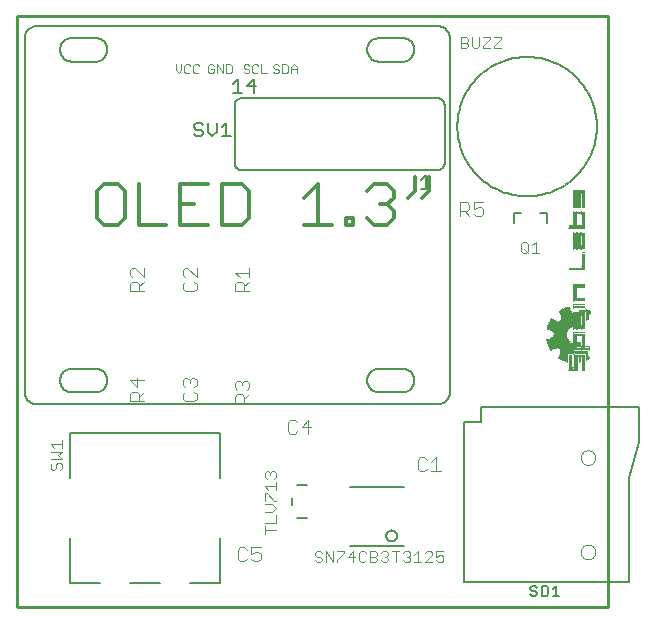
<source format=gto>
G75*
%MOIN*%
%OFA0B0*%
%FSLAX24Y24*%
%IPPOS*%
%LPD*%
%AMOC8*
5,1,8,0,0,1.08239X$1,22.5*
%
%ADD10C,0.0100*%
%ADD11C,0.0050*%
%ADD12C,0.0070*%
%ADD13C,0.0000*%
%ADD14C,0.0120*%
%ADD15C,0.0030*%
%ADD16C,0.0060*%
%ADD17C,0.0040*%
%ADD18C,0.0080*%
%ADD19R,0.0007X0.0007*%
%ADD20R,0.0007X0.0007*%
%ADD21R,0.0007X0.0021*%
%ADD22R,0.0007X0.0035*%
%ADD23R,0.0007X0.0042*%
%ADD24R,0.0007X0.0056*%
%ADD25R,0.0007X0.0007*%
%ADD26R,0.0007X0.0070*%
%ADD27R,0.0007X0.0084*%
%ADD28R,0.0007X0.0028*%
%ADD29R,0.0007X0.0105*%
%ADD30R,0.0007X0.0035*%
%ADD31R,0.0007X0.0126*%
%ADD32R,0.0007X0.0091*%
%ADD33R,0.0007X0.0140*%
%ADD34R,0.0007X0.0007*%
%ADD35R,0.0007X0.0091*%
%ADD36R,0.0007X0.0168*%
%ADD37R,0.0007X0.0077*%
%ADD38R,0.0007X0.0196*%
%ADD39R,0.0007X0.0098*%
%ADD40R,0.0007X0.0287*%
%ADD41R,0.0007X0.0119*%
%ADD42R,0.0007X0.0301*%
%ADD43R,0.0007X0.0133*%
%ADD44R,0.0007X0.0308*%
%ADD45R,0.0007X0.0322*%
%ADD46R,0.0007X0.0196*%
%ADD47R,0.0007X0.0063*%
%ADD48R,0.0007X0.0329*%
%ADD49R,0.0007X0.0343*%
%ADD50R,0.0007X0.0294*%
%ADD51R,0.0007X0.0350*%
%ADD52R,0.0007X0.0294*%
%ADD53R,0.0007X0.0364*%
%ADD54R,0.0007X0.0371*%
%ADD55R,0.0007X0.0301*%
%ADD56R,0.0007X0.0385*%
%ADD57R,0.0007X0.0392*%
%ADD58R,0.0007X0.0077*%
%ADD59R,0.0007X0.0084*%
%ADD60R,0.0007X0.0077*%
%ADD61R,0.0007X0.0063*%
%ADD62R,0.0007X0.0063*%
%ADD63R,0.0007X0.0063*%
%ADD64R,0.0007X0.0056*%
%ADD65R,0.0007X0.0553*%
%ADD66R,0.0007X0.0553*%
%ADD67R,0.0007X0.0091*%
%ADD68R,0.0007X0.0560*%
%ADD69R,0.0007X0.0553*%
%ADD70R,0.0007X0.0553*%
%ADD71R,0.0007X0.0091*%
%ADD72R,0.0007X0.0560*%
%ADD73R,0.0007X0.0098*%
%ADD74R,0.0007X0.0098*%
%ADD75R,0.0007X0.0098*%
%ADD76R,0.0007X0.0147*%
%ADD77R,0.0007X0.0084*%
%ADD78R,0.0007X0.0140*%
%ADD79R,0.0007X0.0105*%
%ADD80R,0.0007X0.0462*%
%ADD81R,0.0007X0.0112*%
%ADD82R,0.0007X0.0126*%
%ADD83R,0.0007X0.0133*%
%ADD84R,0.0007X0.0042*%
%ADD85R,0.0007X0.0147*%
%ADD86R,0.0007X0.0028*%
%ADD87R,0.0007X0.0147*%
%ADD88R,0.0007X0.0154*%
%ADD89R,0.0007X0.0147*%
%ADD90R,0.0007X0.0133*%
%ADD91R,0.0007X0.0126*%
%ADD92R,0.0007X0.0455*%
%ADD93R,0.0007X0.0119*%
%ADD94R,0.0007X0.0112*%
%ADD95R,0.0007X0.0350*%
%ADD96R,0.0007X0.0462*%
%ADD97R,0.0007X0.0462*%
%ADD98R,0.0007X0.0455*%
%ADD99R,0.0007X0.0070*%
%ADD100R,0.0007X0.0126*%
%ADD101R,0.0007X0.0133*%
%ADD102R,0.0007X0.0567*%
%ADD103R,0.0007X0.0567*%
%ADD104R,0.0007X0.0084*%
%ADD105R,0.0007X0.0336*%
%ADD106R,0.0007X0.0476*%
%ADD107R,0.0007X0.0336*%
%ADD108R,0.0007X0.0490*%
%ADD109R,0.0007X0.0497*%
%ADD110R,0.0007X0.0343*%
%ADD111R,0.0007X0.0511*%
%ADD112R,0.0007X0.0343*%
%ADD113R,0.0007X0.0511*%
%ADD114R,0.0007X0.0532*%
%ADD115R,0.0007X0.0546*%
%ADD116R,0.0007X0.0357*%
%ADD117R,0.0007X0.0588*%
%ADD118R,0.0007X0.0364*%
%ADD119R,0.0007X0.0623*%
%ADD120R,0.0007X0.0658*%
%ADD121R,0.0007X0.0371*%
%ADD122R,0.0007X0.0700*%
%ADD123R,0.0007X0.0378*%
%ADD124R,0.0007X0.0707*%
%ADD125R,0.0007X0.0714*%
%ADD126R,0.0007X0.0385*%
%ADD127R,0.0007X0.0714*%
%ADD128R,0.0007X0.0392*%
%ADD129R,0.0007X0.0721*%
%ADD130R,0.0007X0.0399*%
%ADD131R,0.0007X0.0728*%
%ADD132R,0.0007X0.0406*%
%ADD133R,0.0007X0.0735*%
%ADD134R,0.0007X0.0420*%
%ADD135R,0.0007X0.0434*%
%ADD136R,0.0007X0.0749*%
%ADD137R,0.0007X0.0763*%
%ADD138R,0.0007X0.0749*%
%ADD139R,0.0007X0.0756*%
%ADD140R,0.0007X0.0763*%
%ADD141R,0.0007X0.0770*%
%ADD142R,0.0007X0.0777*%
%ADD143R,0.0007X0.0784*%
%ADD144R,0.0007X0.0777*%
%ADD145R,0.0007X0.0798*%
%ADD146R,0.0007X0.0798*%
%ADD147R,0.0007X0.0805*%
%ADD148R,0.0007X0.0805*%
%ADD149R,0.0007X0.0826*%
%ADD150R,0.0007X0.0826*%
%ADD151R,0.0007X0.0847*%
%ADD152R,0.0007X0.1785*%
%ADD153R,0.0007X0.1785*%
%ADD154R,0.0007X0.1771*%
%ADD155R,0.0007X0.1771*%
%ADD156R,0.0007X0.1764*%
%ADD157R,0.0007X0.1757*%
%ADD158R,0.0007X0.1757*%
%ADD159R,0.0007X0.1743*%
%ADD160R,0.0007X0.1743*%
%ADD161R,0.0007X0.1729*%
%ADD162R,0.0007X0.1729*%
%ADD163R,0.0007X0.1722*%
%ADD164R,0.0007X0.1715*%
%ADD165R,0.0007X0.1708*%
%ADD166R,0.0007X0.1701*%
%ADD167R,0.0007X0.1701*%
%ADD168R,0.0007X0.1687*%
%ADD169R,0.0007X0.1680*%
%ADD170R,0.0007X0.1673*%
%ADD171R,0.0007X0.1659*%
%ADD172R,0.0007X0.1358*%
%ADD173R,0.0007X0.0021*%
%ADD174R,0.0007X0.1337*%
%ADD175R,0.0007X0.0154*%
%ADD176R,0.0007X0.1316*%
%ADD177R,0.0007X0.0224*%
%ADD178R,0.0007X0.1043*%
%ADD179R,0.0007X0.0210*%
%ADD180R,0.0007X0.1008*%
%ADD181R,0.0007X0.0175*%
%ADD182R,0.0007X0.0973*%
%ADD183R,0.0007X0.0945*%
%ADD184R,0.0007X0.0931*%
%ADD185R,0.0007X0.0924*%
%ADD186R,0.0007X0.0917*%
%ADD187R,0.0007X0.0077*%
%ADD188R,0.0007X0.0917*%
%ADD189R,0.0007X0.0903*%
%ADD190R,0.0007X0.0896*%
%ADD191R,0.0007X0.0896*%
%ADD192R,0.0007X0.0903*%
%ADD193R,0.0007X0.0910*%
%ADD194R,0.0007X0.0910*%
%ADD195R,0.0007X0.0448*%
%ADD196R,0.0007X0.0448*%
%ADD197R,0.0007X0.0427*%
%ADD198R,0.0007X0.0434*%
%ADD199R,0.0007X0.0427*%
%ADD200R,0.0007X0.0427*%
%ADD201R,0.0007X0.0413*%
%ADD202R,0.0007X0.0420*%
%ADD203R,0.0007X0.0413*%
%ADD204R,0.0007X0.0399*%
%ADD205R,0.0007X0.0413*%
%ADD206R,0.0007X0.0413*%
%ADD207R,0.0007X0.0392*%
%ADD208R,0.0007X0.0406*%
%ADD209R,0.0007X0.0399*%
%ADD210R,0.0007X0.0406*%
%ADD211R,0.0007X0.0357*%
%ADD212R,0.0007X0.0336*%
%ADD213R,0.0007X0.0357*%
%ADD214R,0.0007X0.0322*%
%ADD215R,0.0007X0.0308*%
%ADD216R,0.0007X0.0322*%
%ADD217R,0.0007X0.0287*%
%ADD218R,0.0007X0.0315*%
%ADD219R,0.0007X0.0280*%
%ADD220R,0.0007X0.0301*%
%ADD221R,0.0007X0.0266*%
%ADD222R,0.0007X0.0280*%
%ADD223R,0.0007X0.0252*%
%ADD224R,0.0007X0.0266*%
%ADD225R,0.0007X0.0238*%
%ADD226R,0.0007X0.0245*%
%ADD227R,0.0007X0.0189*%
%ADD228R,0.0007X0.0175*%
%ADD229R,0.0007X0.0189*%
%ADD230R,0.0007X0.0154*%
%ADD231R,0.0007X0.0161*%
%ADD232R,0.0007X0.0112*%
%ADD233R,0.0007X0.0014*%
%ADD234R,0.0007X0.0042*%
D10*
X000250Y000180D02*
X000250Y019865D01*
X019935Y019865D01*
X019935Y000180D01*
X000250Y000180D01*
D11*
X002000Y000970D02*
X003000Y000970D01*
X004000Y000970D02*
X005000Y000970D01*
X006000Y000970D02*
X007000Y000970D01*
X007000Y002470D01*
X007000Y004470D02*
X007000Y005970D01*
X002000Y005970D01*
X002000Y004470D01*
X002000Y002470D02*
X002000Y000970D01*
X000894Y006930D02*
X014280Y006930D01*
X014319Y006932D01*
X014357Y006938D01*
X014394Y006947D01*
X014431Y006960D01*
X014466Y006977D01*
X014499Y006996D01*
X014530Y007019D01*
X014559Y007045D01*
X014585Y007074D01*
X014608Y007105D01*
X014627Y007138D01*
X014644Y007173D01*
X014657Y007210D01*
X014666Y007247D01*
X014672Y007285D01*
X014674Y007324D01*
X014673Y007324D02*
X014673Y019135D01*
X014674Y019135D02*
X014672Y019174D01*
X014666Y019212D01*
X014657Y019249D01*
X014644Y019286D01*
X014627Y019321D01*
X014608Y019354D01*
X014585Y019385D01*
X014559Y019414D01*
X014530Y019440D01*
X014499Y019463D01*
X014466Y019482D01*
X014431Y019499D01*
X014394Y019512D01*
X014357Y019521D01*
X014319Y019527D01*
X014280Y019529D01*
X014280Y019528D02*
X000894Y019528D01*
X000894Y019529D02*
X000855Y019527D01*
X000817Y019521D01*
X000780Y019512D01*
X000743Y019499D01*
X000708Y019482D01*
X000675Y019463D01*
X000644Y019440D01*
X000615Y019414D01*
X000589Y019385D01*
X000566Y019354D01*
X000547Y019321D01*
X000530Y019286D01*
X000517Y019249D01*
X000508Y019212D01*
X000502Y019174D01*
X000500Y019135D01*
X000500Y007324D01*
X000502Y007285D01*
X000508Y007247D01*
X000517Y007210D01*
X000530Y007173D01*
X000547Y007138D01*
X000566Y007105D01*
X000589Y007074D01*
X000615Y007045D01*
X000644Y007019D01*
X000675Y006996D01*
X000708Y006977D01*
X000743Y006960D01*
X000780Y006947D01*
X000817Y006938D01*
X000855Y006932D01*
X000894Y006930D01*
X002075Y007324D02*
X002862Y007324D01*
X002862Y007323D02*
X002901Y007325D01*
X002939Y007331D01*
X002976Y007340D01*
X003013Y007353D01*
X003048Y007370D01*
X003081Y007389D01*
X003112Y007412D01*
X003141Y007438D01*
X003167Y007467D01*
X003190Y007498D01*
X003209Y007531D01*
X003226Y007566D01*
X003239Y007603D01*
X003248Y007640D01*
X003254Y007678D01*
X003256Y007717D01*
X003254Y007756D01*
X003248Y007794D01*
X003239Y007831D01*
X003226Y007868D01*
X003209Y007903D01*
X003190Y007936D01*
X003167Y007967D01*
X003141Y007996D01*
X003112Y008022D01*
X003081Y008045D01*
X003048Y008064D01*
X003013Y008081D01*
X002976Y008094D01*
X002939Y008103D01*
X002901Y008109D01*
X002862Y008111D01*
X002075Y008111D01*
X002036Y008109D01*
X001998Y008103D01*
X001961Y008094D01*
X001924Y008081D01*
X001889Y008064D01*
X001856Y008045D01*
X001825Y008022D01*
X001796Y007996D01*
X001770Y007967D01*
X001747Y007936D01*
X001728Y007903D01*
X001711Y007868D01*
X001698Y007831D01*
X001689Y007794D01*
X001683Y007756D01*
X001681Y007717D01*
X001683Y007678D01*
X001689Y007640D01*
X001698Y007603D01*
X001711Y007566D01*
X001728Y007531D01*
X001747Y007498D01*
X001770Y007467D01*
X001796Y007438D01*
X001825Y007412D01*
X001856Y007389D01*
X001889Y007370D01*
X001924Y007353D01*
X001961Y007340D01*
X001998Y007331D01*
X002036Y007325D01*
X002075Y007323D01*
X006219Y015855D02*
X006144Y015930D01*
X006219Y015855D02*
X006369Y015855D01*
X006444Y015930D01*
X006444Y016005D01*
X006369Y016080D01*
X006219Y016080D01*
X006144Y016155D01*
X006144Y016230D01*
X006219Y016305D01*
X006369Y016305D01*
X006444Y016230D01*
X006604Y016305D02*
X006604Y016005D01*
X006754Y015855D01*
X006904Y016005D01*
X006904Y016305D01*
X007065Y016155D02*
X007215Y016305D01*
X007215Y015855D01*
X007065Y015855D02*
X007365Y015855D01*
X007454Y017305D02*
X007754Y017305D01*
X007604Y017305D02*
X007604Y017755D01*
X007454Y017605D01*
X007915Y017530D02*
X008215Y017530D01*
X008140Y017305D02*
X008140Y017755D01*
X007915Y017530D01*
X012311Y018347D02*
X013098Y018347D01*
X013137Y018349D01*
X013175Y018355D01*
X013212Y018364D01*
X013249Y018377D01*
X013284Y018394D01*
X013317Y018413D01*
X013348Y018436D01*
X013377Y018462D01*
X013403Y018491D01*
X013426Y018522D01*
X013445Y018555D01*
X013462Y018590D01*
X013475Y018627D01*
X013484Y018664D01*
X013490Y018702D01*
X013492Y018741D01*
X013490Y018780D01*
X013484Y018818D01*
X013475Y018855D01*
X013462Y018892D01*
X013445Y018927D01*
X013426Y018960D01*
X013403Y018991D01*
X013377Y019020D01*
X013348Y019046D01*
X013317Y019069D01*
X013284Y019088D01*
X013249Y019105D01*
X013212Y019118D01*
X013175Y019127D01*
X013137Y019133D01*
X013098Y019135D01*
X012311Y019135D01*
X012272Y019133D01*
X012234Y019127D01*
X012197Y019118D01*
X012160Y019105D01*
X012125Y019088D01*
X012092Y019069D01*
X012061Y019046D01*
X012032Y019020D01*
X012006Y018991D01*
X011983Y018960D01*
X011964Y018927D01*
X011947Y018892D01*
X011934Y018855D01*
X011925Y018818D01*
X011919Y018780D01*
X011917Y018741D01*
X011919Y018702D01*
X011925Y018664D01*
X011934Y018627D01*
X011947Y018590D01*
X011964Y018555D01*
X011983Y018522D01*
X012006Y018491D01*
X012032Y018462D01*
X012061Y018436D01*
X012092Y018413D01*
X012125Y018394D01*
X012160Y018377D01*
X012197Y018364D01*
X012234Y018355D01*
X012272Y018349D01*
X012311Y018347D01*
X013865Y014555D02*
X013865Y014105D01*
X013715Y014105D02*
X014015Y014105D01*
X013715Y014405D02*
X013865Y014555D01*
X013098Y008111D02*
X012311Y008111D01*
X012272Y008109D01*
X012234Y008103D01*
X012197Y008094D01*
X012160Y008081D01*
X012125Y008064D01*
X012092Y008045D01*
X012061Y008022D01*
X012032Y007996D01*
X012006Y007967D01*
X011983Y007936D01*
X011964Y007903D01*
X011947Y007868D01*
X011934Y007831D01*
X011925Y007794D01*
X011919Y007756D01*
X011917Y007717D01*
X011919Y007678D01*
X011925Y007640D01*
X011934Y007603D01*
X011947Y007566D01*
X011964Y007531D01*
X011983Y007498D01*
X012006Y007467D01*
X012032Y007438D01*
X012061Y007412D01*
X012092Y007389D01*
X012125Y007370D01*
X012160Y007353D01*
X012197Y007340D01*
X012234Y007331D01*
X012272Y007325D01*
X012311Y007323D01*
X012311Y007324D02*
X013098Y007324D01*
X013098Y007323D02*
X013137Y007325D01*
X013175Y007331D01*
X013212Y007340D01*
X013249Y007353D01*
X013284Y007370D01*
X013317Y007389D01*
X013348Y007412D01*
X013377Y007438D01*
X013403Y007467D01*
X013426Y007498D01*
X013445Y007531D01*
X013462Y007566D01*
X013475Y007603D01*
X013484Y007640D01*
X013490Y007678D01*
X013492Y007717D01*
X013490Y007756D01*
X013484Y007794D01*
X013475Y007831D01*
X013462Y007868D01*
X013445Y007903D01*
X013426Y007936D01*
X013403Y007967D01*
X013377Y007996D01*
X013348Y008022D01*
X013317Y008045D01*
X013284Y008064D01*
X013249Y008081D01*
X013212Y008094D01*
X013175Y008103D01*
X013137Y008109D01*
X013098Y008111D01*
X015146Y006332D02*
X015146Y001017D01*
X020657Y001017D01*
X020657Y004481D01*
X020972Y005662D01*
X020972Y006843D01*
X015717Y006843D01*
X015717Y006332D01*
X015146Y006332D01*
X002862Y018347D02*
X002075Y018347D01*
X001681Y018741D02*
X001683Y018780D01*
X001689Y018818D01*
X001698Y018855D01*
X001711Y018892D01*
X001728Y018927D01*
X001747Y018960D01*
X001770Y018991D01*
X001796Y019020D01*
X001825Y019046D01*
X001856Y019069D01*
X001889Y019088D01*
X001924Y019105D01*
X001961Y019118D01*
X001998Y019127D01*
X002036Y019133D01*
X002075Y019135D01*
X002862Y019135D01*
X003256Y018741D02*
X003254Y018702D01*
X003248Y018664D01*
X003239Y018627D01*
X003226Y018590D01*
X003209Y018555D01*
X003190Y018522D01*
X003167Y018491D01*
X003141Y018462D01*
X003112Y018436D01*
X003081Y018413D01*
X003048Y018394D01*
X003013Y018377D01*
X002976Y018364D01*
X002939Y018355D01*
X002901Y018349D01*
X002862Y018347D01*
X003256Y018741D02*
X003254Y018780D01*
X003248Y018818D01*
X003239Y018855D01*
X003226Y018892D01*
X003209Y018927D01*
X003190Y018960D01*
X003167Y018991D01*
X003141Y019020D01*
X003112Y019046D01*
X003081Y019069D01*
X003048Y019088D01*
X003013Y019105D01*
X002976Y019118D01*
X002939Y019127D01*
X002901Y019133D01*
X002862Y019135D01*
X002075Y018347D02*
X002036Y018349D01*
X001998Y018355D01*
X001961Y018364D01*
X001924Y018377D01*
X001889Y018394D01*
X001856Y018413D01*
X001825Y018436D01*
X001796Y018462D01*
X001770Y018491D01*
X001747Y018522D01*
X001728Y018555D01*
X001711Y018590D01*
X001698Y018627D01*
X001689Y018664D01*
X001683Y018702D01*
X001681Y018741D01*
D12*
X017418Y000864D02*
X017363Y000809D01*
X017363Y000754D01*
X017418Y000699D01*
X017528Y000699D01*
X017583Y000644D01*
X017583Y000589D01*
X017528Y000534D01*
X017418Y000534D01*
X017363Y000589D01*
X017583Y000809D02*
X017528Y000864D01*
X017418Y000864D01*
X017731Y000864D02*
X017731Y000534D01*
X017897Y000534D01*
X017952Y000589D01*
X017952Y000809D01*
X017897Y000864D01*
X017731Y000864D01*
X018100Y000754D02*
X018210Y000864D01*
X018210Y000534D01*
X018100Y000534D02*
X018320Y000534D01*
D13*
X019034Y002001D02*
X019036Y002032D01*
X019042Y002062D01*
X019051Y002092D01*
X019064Y002120D01*
X019081Y002146D01*
X019101Y002169D01*
X019123Y002191D01*
X019148Y002209D01*
X019175Y002224D01*
X019204Y002235D01*
X019234Y002243D01*
X019265Y002247D01*
X019295Y002247D01*
X019326Y002243D01*
X019356Y002235D01*
X019385Y002224D01*
X019412Y002209D01*
X019437Y002191D01*
X019459Y002169D01*
X019479Y002146D01*
X019496Y002120D01*
X019509Y002092D01*
X019518Y002062D01*
X019524Y002032D01*
X019526Y002001D01*
X019524Y001970D01*
X019518Y001940D01*
X019509Y001910D01*
X019496Y001882D01*
X019479Y001856D01*
X019459Y001833D01*
X019437Y001811D01*
X019412Y001793D01*
X019385Y001778D01*
X019356Y001767D01*
X019326Y001759D01*
X019295Y001755D01*
X019265Y001755D01*
X019234Y001759D01*
X019204Y001767D01*
X019175Y001778D01*
X019148Y001793D01*
X019123Y001811D01*
X019101Y001833D01*
X019081Y001856D01*
X019064Y001882D01*
X019051Y001910D01*
X019042Y001940D01*
X019036Y001970D01*
X019034Y002001D01*
X019034Y005150D02*
X019036Y005181D01*
X019042Y005211D01*
X019051Y005241D01*
X019064Y005269D01*
X019081Y005295D01*
X019101Y005318D01*
X019123Y005340D01*
X019148Y005358D01*
X019175Y005373D01*
X019204Y005384D01*
X019234Y005392D01*
X019265Y005396D01*
X019295Y005396D01*
X019326Y005392D01*
X019356Y005384D01*
X019385Y005373D01*
X019412Y005358D01*
X019437Y005340D01*
X019459Y005318D01*
X019479Y005295D01*
X019496Y005269D01*
X019509Y005241D01*
X019518Y005211D01*
X019524Y005181D01*
X019526Y005150D01*
X019524Y005119D01*
X019518Y005089D01*
X019509Y005059D01*
X019496Y005031D01*
X019479Y005005D01*
X019459Y004982D01*
X019437Y004960D01*
X019412Y004942D01*
X019385Y004927D01*
X019356Y004916D01*
X019326Y004908D01*
X019295Y004904D01*
X019265Y004904D01*
X019234Y004908D01*
X019204Y004916D01*
X019175Y004927D01*
X019148Y004942D01*
X019123Y004960D01*
X019101Y004982D01*
X019081Y005005D01*
X019064Y005031D01*
X019051Y005059D01*
X019042Y005089D01*
X019036Y005119D01*
X019034Y005150D01*
D14*
X012590Y012896D02*
X012130Y012896D01*
X011900Y013126D01*
X011439Y013126D02*
X011439Y012896D01*
X011209Y012896D01*
X011209Y013126D01*
X011439Y013126D01*
X010749Y012896D02*
X009828Y012896D01*
X010288Y012896D02*
X010288Y014277D01*
X009828Y013816D01*
X007987Y014046D02*
X007987Y013126D01*
X007756Y012896D01*
X007066Y012896D01*
X007066Y014277D01*
X007756Y014277D01*
X007987Y014046D01*
X006605Y014277D02*
X005685Y014277D01*
X005685Y012896D01*
X006605Y012896D01*
X006145Y013586D02*
X005685Y013586D01*
X005224Y012896D02*
X004303Y012896D01*
X004303Y014277D01*
X003843Y014046D02*
X003613Y014277D01*
X003152Y014277D01*
X002922Y014046D01*
X002922Y013126D01*
X003152Y012896D01*
X003613Y012896D01*
X003843Y013126D01*
X003843Y014046D01*
X011900Y014046D02*
X012130Y014277D01*
X012590Y014277D01*
X012821Y014046D01*
X012821Y013816D01*
X012590Y013586D01*
X012821Y013356D01*
X012821Y013126D01*
X012590Y012896D01*
X012590Y013586D02*
X012360Y013586D01*
X013281Y013816D02*
X013511Y014046D01*
X013511Y014507D01*
X013972Y014507D02*
X013972Y014046D01*
X013741Y013816D01*
D15*
X017040Y012284D02*
X017040Y012037D01*
X017102Y011975D01*
X017225Y011975D01*
X017287Y012037D01*
X017287Y012284D01*
X017225Y012345D01*
X017102Y012345D01*
X017040Y012284D01*
X017163Y012098D02*
X017287Y011975D01*
X017408Y011975D02*
X017655Y011975D01*
X017532Y011975D02*
X017532Y012345D01*
X017408Y012222D01*
X009566Y017969D02*
X009566Y018162D01*
X009469Y018259D01*
X009372Y018162D01*
X009372Y017969D01*
X009271Y018017D02*
X009271Y018210D01*
X009222Y018259D01*
X009077Y018259D01*
X009077Y017969D01*
X009222Y017969D01*
X009271Y018017D01*
X009372Y018114D02*
X009566Y018114D01*
X008976Y018065D02*
X008976Y018017D01*
X008928Y017969D01*
X008831Y017969D01*
X008783Y018017D01*
X008831Y018114D02*
X008928Y018114D01*
X008976Y018065D01*
X008976Y018210D02*
X008928Y018259D01*
X008831Y018259D01*
X008783Y018210D01*
X008783Y018162D01*
X008831Y018114D01*
X008581Y017969D02*
X008388Y017969D01*
X008388Y018259D01*
X008287Y018210D02*
X008238Y018259D01*
X008141Y018259D01*
X008093Y018210D01*
X008093Y018017D01*
X008141Y017969D01*
X008238Y017969D01*
X008287Y018017D01*
X007992Y018017D02*
X007944Y017969D01*
X007847Y017969D01*
X007798Y018017D01*
X007847Y018114D02*
X007798Y018162D01*
X007798Y018210D01*
X007847Y018259D01*
X007944Y018259D01*
X007992Y018210D01*
X007944Y018114D02*
X007992Y018065D01*
X007992Y018017D01*
X007944Y018114D02*
X007847Y018114D01*
X007400Y018210D02*
X007352Y018259D01*
X007207Y018259D01*
X007207Y017969D01*
X007352Y017969D01*
X007400Y018017D01*
X007400Y018210D01*
X007106Y018259D02*
X007106Y017969D01*
X006912Y018259D01*
X006912Y017969D01*
X006811Y018017D02*
X006762Y017969D01*
X006666Y017969D01*
X006617Y018017D01*
X006617Y018210D01*
X006666Y018259D01*
X006762Y018259D01*
X006811Y018210D01*
X006811Y018114D02*
X006714Y018114D01*
X006811Y018114D02*
X006811Y018017D01*
X006317Y018017D02*
X006269Y017969D01*
X006172Y017969D01*
X006124Y018017D01*
X006124Y018210D01*
X006172Y018259D01*
X006269Y018259D01*
X006317Y018210D01*
X006023Y018210D02*
X005974Y018259D01*
X005878Y018259D01*
X005829Y018210D01*
X005829Y018017D01*
X005878Y017969D01*
X005974Y017969D01*
X006023Y018017D01*
X005728Y018065D02*
X005728Y018259D01*
X005535Y018259D02*
X005535Y018065D01*
X005631Y017969D01*
X005728Y018065D01*
X001735Y005719D02*
X001735Y005472D01*
X001735Y005350D02*
X001612Y005227D01*
X001735Y005103D01*
X001365Y005103D01*
X001426Y004982D02*
X001365Y004920D01*
X001365Y004797D01*
X001426Y004735D01*
X001488Y004735D01*
X001550Y004797D01*
X001550Y004920D01*
X001612Y004982D01*
X001673Y004982D01*
X001735Y004920D01*
X001735Y004797D01*
X001673Y004735D01*
X001735Y005350D02*
X001365Y005350D01*
X001488Y005472D02*
X001365Y005595D01*
X001735Y005595D01*
X008505Y004632D02*
X008505Y004508D01*
X008566Y004447D01*
X008690Y004570D02*
X008690Y004632D01*
X008752Y004693D01*
X008813Y004693D01*
X008875Y004632D01*
X008875Y004508D01*
X008813Y004447D01*
X008875Y004325D02*
X008875Y004078D01*
X008875Y004202D02*
X008505Y004202D01*
X008628Y004078D01*
X008566Y003957D02*
X008813Y003710D01*
X008875Y003710D01*
X008752Y003589D02*
X008875Y003465D01*
X008752Y003342D01*
X008505Y003342D01*
X008505Y003589D02*
X008752Y003589D01*
X008505Y003710D02*
X008505Y003957D01*
X008566Y003957D01*
X008505Y004632D02*
X008566Y004693D01*
X008628Y004693D01*
X008690Y004632D01*
X008875Y003220D02*
X008875Y002973D01*
X008505Y002973D01*
X008505Y002852D02*
X008505Y002605D01*
X008505Y002728D02*
X008875Y002728D01*
D16*
X011351Y002190D02*
X013149Y002190D01*
X012550Y002540D02*
X012552Y002566D01*
X012558Y002592D01*
X012567Y002616D01*
X012580Y002639D01*
X012596Y002660D01*
X012615Y002678D01*
X012636Y002694D01*
X012660Y002706D01*
X012684Y002714D01*
X012710Y002719D01*
X012737Y002720D01*
X012763Y002717D01*
X012788Y002710D01*
X012812Y002700D01*
X012835Y002686D01*
X012855Y002670D01*
X012872Y002650D01*
X012887Y002628D01*
X012898Y002604D01*
X012906Y002579D01*
X012910Y002553D01*
X012910Y002527D01*
X012906Y002501D01*
X012898Y002476D01*
X012887Y002452D01*
X012872Y002430D01*
X012855Y002410D01*
X012835Y002394D01*
X012812Y002380D01*
X012788Y002370D01*
X012763Y002363D01*
X012737Y002360D01*
X012710Y002361D01*
X012684Y002366D01*
X012660Y002374D01*
X012636Y002386D01*
X012615Y002402D01*
X012596Y002420D01*
X012580Y002441D01*
X012567Y002464D01*
X012558Y002488D01*
X012552Y002514D01*
X012550Y002540D01*
X013149Y004170D02*
X011351Y004170D01*
X014250Y014730D02*
X007750Y014730D01*
X007720Y014732D01*
X007690Y014737D01*
X007661Y014746D01*
X007634Y014759D01*
X007608Y014774D01*
X007584Y014793D01*
X007563Y014814D01*
X007544Y014838D01*
X007529Y014864D01*
X007516Y014891D01*
X007507Y014920D01*
X007502Y014950D01*
X007500Y014980D01*
X007500Y016880D01*
X007502Y016910D01*
X007507Y016940D01*
X007516Y016969D01*
X007529Y016996D01*
X007544Y017022D01*
X007563Y017046D01*
X007584Y017067D01*
X007608Y017086D01*
X007634Y017101D01*
X007661Y017114D01*
X007690Y017123D01*
X007720Y017128D01*
X007750Y017130D01*
X014250Y017130D01*
X014280Y017128D01*
X014310Y017123D01*
X014339Y017114D01*
X014366Y017101D01*
X014392Y017086D01*
X014416Y017067D01*
X014437Y017046D01*
X014456Y017022D01*
X014471Y016996D01*
X014484Y016969D01*
X014493Y016940D01*
X014498Y016910D01*
X014500Y016880D01*
X014500Y014980D01*
X014498Y014950D01*
X014493Y014920D01*
X014484Y014891D01*
X014471Y014864D01*
X014456Y014838D01*
X014437Y014814D01*
X014416Y014793D01*
X014392Y014774D01*
X014366Y014759D01*
X014339Y014746D01*
X014310Y014737D01*
X014280Y014732D01*
X014250Y014730D01*
D17*
X015020Y013660D02*
X015250Y013660D01*
X015327Y013584D01*
X015327Y013430D01*
X015250Y013353D01*
X015020Y013353D01*
X015020Y013200D02*
X015020Y013660D01*
X015173Y013353D02*
X015327Y013200D01*
X015480Y013277D02*
X015557Y013200D01*
X015711Y013200D01*
X015787Y013277D01*
X015787Y013430D01*
X015711Y013507D01*
X015634Y013507D01*
X015480Y013430D01*
X015480Y013660D01*
X015787Y013660D01*
X015783Y018800D02*
X016024Y018800D01*
X016152Y018800D02*
X016152Y018860D01*
X016392Y019100D01*
X016392Y019160D01*
X016152Y019160D01*
X016024Y019160D02*
X016024Y019100D01*
X015783Y018860D01*
X015783Y018800D01*
X015655Y018860D02*
X015655Y019160D01*
X015783Y019160D02*
X016024Y019160D01*
X015655Y018860D02*
X015595Y018800D01*
X015475Y018800D01*
X015415Y018860D01*
X015415Y019160D01*
X015287Y019100D02*
X015287Y019040D01*
X015227Y018980D01*
X015047Y018980D01*
X015227Y018980D02*
X015287Y018920D01*
X015287Y018860D01*
X015227Y018800D01*
X015047Y018800D01*
X015047Y019160D01*
X015227Y019160D01*
X015287Y019100D01*
X016152Y018800D02*
X016392Y018800D01*
X007980Y011467D02*
X007980Y011160D01*
X007980Y011007D02*
X007827Y010853D01*
X007827Y010930D02*
X007827Y010700D01*
X007980Y010700D02*
X007520Y010700D01*
X007520Y010930D01*
X007596Y011007D01*
X007750Y011007D01*
X007827Y010930D01*
X007673Y011160D02*
X007520Y011314D01*
X007980Y011314D01*
X006230Y011467D02*
X006230Y011160D01*
X005923Y011467D01*
X005846Y011467D01*
X005770Y011391D01*
X005770Y011237D01*
X005846Y011160D01*
X005846Y011007D02*
X005770Y010930D01*
X005770Y010777D01*
X005846Y010700D01*
X006153Y010700D01*
X006230Y010777D01*
X006230Y010930D01*
X006153Y011007D01*
X004480Y011007D02*
X004327Y010853D01*
X004327Y010930D02*
X004327Y010700D01*
X004480Y010700D02*
X004020Y010700D01*
X004020Y010930D01*
X004096Y011007D01*
X004250Y011007D01*
X004327Y010930D01*
X004480Y011160D02*
X004173Y011467D01*
X004096Y011467D01*
X004020Y011391D01*
X004020Y011237D01*
X004096Y011160D01*
X004480Y011160D02*
X004480Y011467D01*
X004250Y007797D02*
X004250Y007490D01*
X004020Y007720D01*
X004480Y007720D01*
X004480Y007336D02*
X004327Y007183D01*
X004327Y007259D02*
X004327Y007029D01*
X004480Y007029D02*
X004020Y007029D01*
X004020Y007259D01*
X004096Y007336D01*
X004250Y007336D01*
X004327Y007259D01*
X005770Y007259D02*
X005770Y007106D01*
X005846Y007029D01*
X006153Y007029D01*
X006230Y007106D01*
X006230Y007259D01*
X006153Y007336D01*
X006153Y007490D02*
X006230Y007566D01*
X006230Y007720D01*
X006153Y007797D01*
X006077Y007797D01*
X006000Y007720D01*
X006000Y007643D01*
X006000Y007720D02*
X005923Y007797D01*
X005846Y007797D01*
X005770Y007720D01*
X005770Y007566D01*
X005846Y007490D01*
X005846Y007336D02*
X005770Y007259D01*
X007520Y007180D02*
X007520Y006950D01*
X007980Y006950D01*
X007827Y006950D02*
X007827Y007180D01*
X007750Y007257D01*
X007596Y007257D01*
X007520Y007180D01*
X007596Y007410D02*
X007520Y007487D01*
X007520Y007641D01*
X007596Y007717D01*
X007673Y007717D01*
X007750Y007641D01*
X007827Y007717D01*
X007903Y007717D01*
X007980Y007641D01*
X007980Y007487D01*
X007903Y007410D01*
X007980Y007257D02*
X007827Y007103D01*
X007750Y007564D02*
X007750Y007641D01*
X009270Y006334D02*
X009270Y006027D01*
X009347Y005950D01*
X009500Y005950D01*
X009577Y006027D01*
X009730Y006180D02*
X010037Y006180D01*
X009961Y005950D02*
X009961Y006410D01*
X009730Y006180D01*
X009577Y006334D02*
X009500Y006410D01*
X009347Y006410D01*
X009270Y006334D01*
X008367Y002160D02*
X008060Y002160D01*
X008060Y001930D01*
X008213Y002007D01*
X008290Y002007D01*
X008367Y001930D01*
X008367Y001777D01*
X008290Y001700D01*
X008136Y001700D01*
X008060Y001777D01*
X007906Y001777D02*
X007829Y001700D01*
X007676Y001700D01*
X007599Y001777D01*
X007599Y002084D01*
X007676Y002160D01*
X007829Y002160D01*
X007906Y002084D01*
X010170Y001960D02*
X010170Y001900D01*
X010230Y001840D01*
X010350Y001840D01*
X010410Y001780D01*
X010410Y001720D01*
X010350Y001660D01*
X010230Y001660D01*
X010170Y001720D01*
X010170Y001960D02*
X010230Y002020D01*
X010350Y002020D01*
X010410Y001960D01*
X010539Y002020D02*
X010779Y001660D01*
X010779Y002020D01*
X010907Y002020D02*
X011147Y002020D01*
X011147Y001960D01*
X010907Y001720D01*
X010907Y001660D01*
X010539Y001660D02*
X010539Y002020D01*
X011275Y001840D02*
X011515Y001840D01*
X011643Y001960D02*
X011643Y001720D01*
X011704Y001660D01*
X011824Y001660D01*
X011884Y001720D01*
X012012Y001660D02*
X012192Y001660D01*
X012252Y001720D01*
X012252Y001780D01*
X012192Y001840D01*
X012012Y001840D01*
X011884Y001960D02*
X011824Y002020D01*
X011704Y002020D01*
X011643Y001960D01*
X011455Y002020D02*
X011455Y001660D01*
X011275Y001840D02*
X011455Y002020D01*
X012012Y002020D02*
X012012Y001660D01*
X012192Y001840D02*
X012252Y001900D01*
X012252Y001960D01*
X012192Y002020D01*
X012012Y002020D01*
X012380Y001960D02*
X012440Y002020D01*
X012560Y002020D01*
X012620Y001960D01*
X012620Y001900D01*
X012560Y001840D01*
X012620Y001780D01*
X012620Y001720D01*
X012560Y001660D01*
X012440Y001660D01*
X012380Y001720D01*
X012500Y001840D02*
X012560Y001840D01*
X012748Y002020D02*
X012989Y002020D01*
X012869Y002020D02*
X012869Y001660D01*
X013117Y001720D02*
X013177Y001660D01*
X013297Y001660D01*
X013357Y001720D01*
X013357Y001780D01*
X013297Y001840D01*
X013237Y001840D01*
X013297Y001840D02*
X013357Y001900D01*
X013357Y001960D01*
X013297Y002020D01*
X013177Y002020D01*
X013117Y001960D01*
X013485Y001900D02*
X013605Y002020D01*
X013605Y001660D01*
X013485Y001660D02*
X013725Y001660D01*
X013853Y001660D02*
X014094Y001900D01*
X014094Y001960D01*
X014034Y002020D01*
X013913Y002020D01*
X013853Y001960D01*
X013853Y001660D02*
X014094Y001660D01*
X014222Y001720D02*
X014282Y001660D01*
X014402Y001660D01*
X014462Y001720D01*
X014462Y001840D01*
X014402Y001900D01*
X014342Y001900D01*
X014222Y001840D01*
X014222Y002020D01*
X014462Y002020D01*
X014367Y004700D02*
X014060Y004700D01*
X014213Y004700D02*
X014213Y005160D01*
X014060Y005007D01*
X013906Y005084D02*
X013829Y005160D01*
X013676Y005160D01*
X013599Y005084D01*
X013599Y004777D01*
X013676Y004700D01*
X013829Y004700D01*
X013906Y004777D01*
D18*
X009909Y004250D02*
X009571Y004250D01*
X009421Y003796D02*
X009421Y003584D01*
X009571Y003130D02*
X009909Y003130D01*
X016799Y012971D02*
X016799Y013286D01*
X017035Y013286D01*
X017665Y013286D02*
X017901Y013286D01*
X017901Y012971D01*
X014927Y016180D02*
X014929Y016276D01*
X014935Y016372D01*
X014945Y016467D01*
X014959Y016562D01*
X014976Y016657D01*
X014998Y016750D01*
X015024Y016843D01*
X015053Y016934D01*
X015086Y017024D01*
X015123Y017113D01*
X015163Y017200D01*
X015207Y017286D01*
X015254Y017369D01*
X015305Y017451D01*
X015359Y017530D01*
X015417Y017607D01*
X015477Y017681D01*
X015541Y017753D01*
X015607Y017823D01*
X015677Y017889D01*
X015749Y017953D01*
X015823Y018013D01*
X015900Y018071D01*
X015979Y018125D01*
X016061Y018176D01*
X016144Y018223D01*
X016230Y018267D01*
X016317Y018307D01*
X016406Y018344D01*
X016496Y018377D01*
X016587Y018406D01*
X016680Y018432D01*
X016773Y018454D01*
X016868Y018471D01*
X016963Y018485D01*
X017058Y018495D01*
X017154Y018501D01*
X017250Y018503D01*
X017346Y018501D01*
X017442Y018495D01*
X017537Y018485D01*
X017632Y018471D01*
X017727Y018454D01*
X017820Y018432D01*
X017913Y018406D01*
X018004Y018377D01*
X018094Y018344D01*
X018183Y018307D01*
X018270Y018267D01*
X018356Y018223D01*
X018439Y018176D01*
X018521Y018125D01*
X018600Y018071D01*
X018677Y018013D01*
X018751Y017953D01*
X018823Y017889D01*
X018893Y017823D01*
X018959Y017753D01*
X019023Y017681D01*
X019083Y017607D01*
X019141Y017530D01*
X019195Y017451D01*
X019246Y017369D01*
X019293Y017286D01*
X019337Y017200D01*
X019377Y017113D01*
X019414Y017024D01*
X019447Y016934D01*
X019476Y016843D01*
X019502Y016750D01*
X019524Y016657D01*
X019541Y016562D01*
X019555Y016467D01*
X019565Y016372D01*
X019571Y016276D01*
X019573Y016180D01*
X019571Y016084D01*
X019565Y015988D01*
X019555Y015893D01*
X019541Y015798D01*
X019524Y015703D01*
X019502Y015610D01*
X019476Y015517D01*
X019447Y015426D01*
X019414Y015336D01*
X019377Y015247D01*
X019337Y015160D01*
X019293Y015074D01*
X019246Y014991D01*
X019195Y014909D01*
X019141Y014830D01*
X019083Y014753D01*
X019023Y014679D01*
X018959Y014607D01*
X018893Y014537D01*
X018823Y014471D01*
X018751Y014407D01*
X018677Y014347D01*
X018600Y014289D01*
X018521Y014235D01*
X018439Y014184D01*
X018356Y014137D01*
X018270Y014093D01*
X018183Y014053D01*
X018094Y014016D01*
X018004Y013983D01*
X017913Y013954D01*
X017820Y013928D01*
X017727Y013906D01*
X017632Y013889D01*
X017537Y013875D01*
X017442Y013865D01*
X017346Y013859D01*
X017250Y013857D01*
X017154Y013859D01*
X017058Y013865D01*
X016963Y013875D01*
X016868Y013889D01*
X016773Y013906D01*
X016680Y013928D01*
X016587Y013954D01*
X016496Y013983D01*
X016406Y014016D01*
X016317Y014053D01*
X016230Y014093D01*
X016144Y014137D01*
X016061Y014184D01*
X015979Y014235D01*
X015900Y014289D01*
X015823Y014347D01*
X015749Y014407D01*
X015677Y014471D01*
X015607Y014537D01*
X015541Y014607D01*
X015477Y014679D01*
X015417Y014753D01*
X015359Y014830D01*
X015305Y014909D01*
X015254Y014991D01*
X015207Y015074D01*
X015163Y015160D01*
X015123Y015247D01*
X015086Y015336D01*
X015053Y015426D01*
X015024Y015517D01*
X014998Y015610D01*
X014976Y015703D01*
X014959Y015798D01*
X014945Y015893D01*
X014935Y015988D01*
X014929Y016084D01*
X014927Y016180D01*
D19*
X018807Y013348D03*
X019073Y013943D03*
X019087Y013943D03*
X019087Y012088D03*
X019073Y012088D03*
X019052Y012088D03*
X019038Y012088D03*
X019017Y012088D03*
X019003Y012088D03*
X018982Y012088D03*
X018968Y012088D03*
X018898Y012088D03*
X018877Y012088D03*
X018863Y012088D03*
X018842Y012088D03*
X018828Y012088D03*
X019108Y012088D03*
X019122Y012088D03*
X019143Y012088D03*
X019157Y012088D03*
X019178Y012088D03*
X019192Y012088D03*
X019087Y011493D03*
X019087Y010912D03*
X019073Y010912D03*
X019052Y010912D03*
X019038Y010912D03*
X019017Y010912D03*
X019003Y010912D03*
X018982Y010912D03*
X018968Y010912D03*
X018947Y010912D03*
X018933Y010912D03*
X018912Y010912D03*
X018898Y010912D03*
X018877Y010912D03*
X018863Y010912D03*
X018842Y010912D03*
X018828Y010912D03*
X019108Y010912D03*
X019122Y010912D03*
X019143Y010912D03*
X019157Y010912D03*
X019178Y010912D03*
X019192Y010912D03*
X019192Y010352D03*
X019178Y010352D03*
X019157Y010352D03*
X019143Y010352D03*
X019122Y010352D03*
X019108Y010352D03*
X019087Y010352D03*
X019073Y010352D03*
X019052Y010352D03*
X019038Y010352D03*
X019017Y010352D03*
X019003Y010352D03*
X018982Y010352D03*
X018968Y010352D03*
X018947Y010352D03*
X018933Y010352D03*
X018912Y010352D03*
X018898Y010352D03*
X018877Y010352D03*
X018863Y010352D03*
X018842Y010352D03*
X018828Y010352D03*
X018618Y010142D03*
X018513Y010107D03*
X018723Y010023D03*
X018912Y009883D03*
X018933Y009883D03*
X019073Y009883D03*
X019087Y009883D03*
X019227Y010002D03*
X019388Y009988D03*
X018737Y009477D03*
X018828Y009288D03*
X018842Y009288D03*
X018863Y009288D03*
X018877Y009288D03*
X018898Y009288D03*
X018912Y009288D03*
X018933Y009288D03*
X018947Y009288D03*
X018968Y009288D03*
X018982Y009288D03*
X019003Y009288D03*
X019017Y009288D03*
X019038Y009288D03*
X019052Y009288D03*
X019073Y009288D03*
X019087Y009288D03*
X019108Y009288D03*
X019122Y009288D03*
X019143Y009288D03*
X019157Y009288D03*
X019178Y009288D03*
X019192Y009288D03*
X019192Y008728D03*
X019178Y008728D03*
X019157Y008728D03*
X019143Y008728D03*
X019122Y008728D03*
X019108Y008728D03*
X019087Y008728D03*
X019073Y008728D03*
X019052Y008728D03*
X019038Y008728D03*
X019017Y008728D03*
X019003Y008728D03*
X018982Y008728D03*
X018968Y008728D03*
X018947Y008728D03*
X018933Y008728D03*
X018912Y008728D03*
X018898Y008728D03*
X018877Y008728D03*
X018863Y008728D03*
X018842Y008728D03*
X018828Y008728D03*
X018793Y008693D03*
X018982Y008497D03*
X019003Y008497D03*
X019017Y008497D03*
X019038Y008497D03*
X019052Y008497D03*
X019073Y008497D03*
X019087Y008497D03*
X019052Y008462D03*
X019038Y008462D03*
X019017Y008462D03*
X019003Y008308D03*
X018842Y008133D03*
X018828Y008133D03*
X018807Y008133D03*
X018793Y008133D03*
X018772Y008133D03*
X018513Y008357D03*
X018387Y008413D03*
X018093Y008742D03*
X018072Y008728D03*
X018107Y009148D03*
X018037Y009708D03*
X018632Y009057D03*
X019213Y008728D03*
X019227Y008728D03*
X019248Y008728D03*
X019262Y008728D03*
X019283Y008728D03*
X019297Y008728D03*
X019318Y008728D03*
X019332Y008728D03*
D20*
X019332Y008826D03*
X019318Y008826D03*
X019297Y008826D03*
X019283Y008826D03*
X019262Y008826D03*
X019248Y008826D03*
X019227Y008826D03*
X019213Y008826D03*
X019073Y008826D03*
X019052Y008826D03*
X019038Y008826D03*
X019017Y008826D03*
X019003Y008826D03*
X018982Y008826D03*
X018968Y008826D03*
X018947Y008826D03*
X018933Y008826D03*
X018933Y008595D03*
X018947Y008595D03*
X018968Y008595D03*
X018982Y008595D03*
X019003Y008595D03*
X019017Y008595D03*
X019038Y008595D03*
X019052Y008595D03*
X019073Y008595D03*
X019087Y008595D03*
X019108Y008595D03*
X019122Y008595D03*
X019143Y008595D03*
X019157Y008595D03*
X019178Y008595D03*
X019192Y008595D03*
X019332Y008476D03*
X019283Y008406D03*
X019192Y008035D03*
X019178Y008035D03*
X019157Y008035D03*
X019143Y008035D03*
X019122Y008035D03*
X019108Y008035D03*
X018947Y008035D03*
X018933Y008035D03*
X018912Y008035D03*
X018898Y008035D03*
X018877Y008035D03*
X018863Y008035D03*
X018842Y008035D03*
X018828Y008035D03*
X018807Y008035D03*
X018793Y008035D03*
X018772Y008035D03*
X018758Y008035D03*
X018737Y008035D03*
X018723Y008035D03*
X018702Y008035D03*
X018688Y008035D03*
X018667Y008035D03*
X018583Y008336D03*
X018492Y008364D03*
X018478Y008371D03*
X018352Y008434D03*
X018667Y008595D03*
X018688Y008595D03*
X018702Y008595D03*
X018723Y008595D03*
X018737Y008595D03*
X018758Y008595D03*
X018877Y008595D03*
X018898Y008595D03*
X018912Y008595D03*
X018912Y009190D03*
X018933Y009190D03*
X018947Y009190D03*
X018968Y009190D03*
X018982Y009190D03*
X019003Y009190D03*
X019017Y009190D03*
X019038Y009190D03*
X019052Y009190D03*
X019073Y009190D03*
X019087Y009190D03*
X019087Y009421D03*
X019073Y009421D03*
X019052Y009421D03*
X019038Y009421D03*
X019017Y009421D03*
X019003Y009421D03*
X018982Y009421D03*
X018968Y009421D03*
X018898Y009421D03*
X018877Y009421D03*
X018863Y009421D03*
X018842Y009421D03*
X018828Y009421D03*
X018723Y009470D03*
X018688Y009449D03*
X018667Y009435D03*
X018653Y009421D03*
X018618Y009379D03*
X018408Y009764D03*
X018408Y009890D03*
X018338Y010009D03*
X018457Y010086D03*
X018548Y010121D03*
X018702Y010086D03*
X018737Y009995D03*
X018828Y009981D03*
X018842Y009981D03*
X018863Y009981D03*
X018877Y009981D03*
X018898Y009981D03*
X018912Y009981D03*
X018933Y009981D03*
X018947Y009981D03*
X018968Y009981D03*
X018982Y009981D03*
X019003Y009981D03*
X019017Y009981D03*
X019038Y009981D03*
X019052Y009981D03*
X019073Y009981D03*
X019087Y009981D03*
X019108Y009981D03*
X019122Y009981D03*
X019143Y009981D03*
X019157Y009981D03*
X019178Y009981D03*
X019192Y009981D03*
X019213Y010016D03*
X019213Y010086D03*
X019192Y010121D03*
X019178Y010121D03*
X019157Y010121D03*
X019143Y010121D03*
X019122Y010121D03*
X019108Y010121D03*
X019087Y010121D03*
X019073Y010121D03*
X019052Y010121D03*
X019038Y010121D03*
X019017Y010121D03*
X019003Y010121D03*
X018982Y010121D03*
X018968Y010121D03*
X018947Y010121D03*
X018933Y010121D03*
X018912Y010121D03*
X018898Y010121D03*
X018877Y010121D03*
X018863Y010121D03*
X018842Y010121D03*
X018828Y010121D03*
X018828Y010219D03*
X018842Y010219D03*
X018863Y010219D03*
X018877Y010219D03*
X018898Y010219D03*
X018912Y010219D03*
X018933Y010219D03*
X018947Y010219D03*
X018968Y010219D03*
X018982Y010219D03*
X019003Y010219D03*
X019017Y010219D03*
X019038Y010219D03*
X019052Y010219D03*
X019073Y010219D03*
X019087Y010219D03*
X019108Y010219D03*
X019122Y010219D03*
X019143Y010219D03*
X019157Y010219D03*
X019178Y010219D03*
X019192Y010219D03*
X019192Y010450D03*
X019178Y010450D03*
X019157Y010450D03*
X019143Y010450D03*
X019122Y010450D03*
X019108Y010450D03*
X019087Y010450D03*
X019073Y010450D03*
X019052Y010450D03*
X019038Y010450D03*
X019017Y010450D03*
X019003Y010450D03*
X018982Y010450D03*
X018968Y010450D03*
X018947Y010450D03*
X018933Y010450D03*
X018933Y010814D03*
X018947Y010814D03*
X018968Y010814D03*
X018982Y010814D03*
X019003Y010814D03*
X019017Y010814D03*
X019038Y010814D03*
X019052Y010814D03*
X019073Y010814D03*
X019087Y010814D03*
X019108Y010814D03*
X019122Y010814D03*
X019143Y010814D03*
X019157Y010814D03*
X019178Y010814D03*
X019192Y010814D03*
X018912Y010814D03*
X018912Y011395D03*
X018898Y011395D03*
X018877Y011395D03*
X018863Y011395D03*
X018842Y011395D03*
X018828Y011395D03*
X018807Y011395D03*
X018793Y011395D03*
X018772Y011395D03*
X018758Y011395D03*
X018737Y011395D03*
X018723Y011395D03*
X018702Y011395D03*
X018688Y011395D03*
X018667Y011395D03*
X018933Y011395D03*
X018947Y011395D03*
X018968Y011395D03*
X018982Y011395D03*
X019003Y011395D03*
X019017Y011395D03*
X019038Y011395D03*
X019052Y011395D03*
X019073Y011395D03*
X019087Y011395D03*
X019108Y011395D03*
X019122Y011395D03*
X019143Y011395D03*
X019157Y011395D03*
X019178Y011395D03*
X019192Y011395D03*
X019192Y011955D03*
X019178Y011955D03*
X019157Y011955D03*
X019143Y011955D03*
X019122Y011955D03*
X019108Y011955D03*
X019073Y012186D03*
X019073Y012781D03*
X019087Y012781D03*
X019108Y012781D03*
X019122Y012781D03*
X019143Y012781D03*
X019157Y012781D03*
X019178Y012781D03*
X019192Y012781D03*
X019052Y012781D03*
X019038Y012781D03*
X019017Y012781D03*
X019003Y012781D03*
X018982Y012781D03*
X018968Y012781D03*
X018947Y012781D03*
X018933Y012781D03*
X018912Y012781D03*
X018898Y012781D03*
X018877Y012781D03*
X018863Y012781D03*
X018842Y012781D03*
X018828Y012781D03*
X018807Y012781D03*
X018793Y012781D03*
X018772Y012781D03*
X018758Y012781D03*
X018737Y012781D03*
X018723Y012781D03*
X018702Y012781D03*
X018688Y012781D03*
X018667Y012781D03*
X018667Y012879D03*
X018688Y012879D03*
X018702Y012879D03*
X018723Y012879D03*
X018737Y012879D03*
X018758Y012879D03*
X018772Y012879D03*
X018793Y012879D03*
X018933Y012879D03*
X018947Y012879D03*
X018968Y012879D03*
X018982Y012879D03*
X019003Y012879D03*
X019017Y012879D03*
X019038Y012879D03*
X019052Y012879D03*
X019073Y012879D03*
X019038Y013481D03*
X019017Y013481D03*
X019003Y013481D03*
X018982Y013481D03*
X018968Y013481D03*
X018947Y013481D03*
X018933Y013481D03*
X018912Y013481D03*
X018898Y013481D03*
X018877Y013481D03*
X018863Y013481D03*
X018842Y013481D03*
X018828Y013481D03*
X018933Y013579D03*
X019108Y013481D03*
X019122Y013481D03*
X019143Y013481D03*
X019157Y013481D03*
X019178Y013481D03*
X019192Y013481D03*
X019192Y014041D03*
X019178Y014041D03*
X019157Y014041D03*
X019143Y014041D03*
X019122Y014041D03*
X019108Y014041D03*
X019087Y014041D03*
X019073Y014041D03*
X019052Y014041D03*
X019038Y014041D03*
X019017Y014041D03*
X019003Y014041D03*
X018982Y014041D03*
X018968Y014041D03*
X018898Y014041D03*
X018877Y014041D03*
X018863Y014041D03*
X018842Y014041D03*
X018828Y014041D03*
X019367Y010009D03*
X019388Y009995D03*
X019353Y009946D03*
X019052Y009526D03*
X019073Y009519D03*
X019108Y009421D03*
X019122Y009421D03*
X019143Y009421D03*
X019157Y009421D03*
X019178Y009421D03*
X019192Y009421D03*
X018212Y009701D03*
X018093Y009764D03*
X017967Y009554D03*
X017953Y009505D03*
X017953Y009421D03*
X017988Y009414D03*
X018177Y009246D03*
X018072Y009120D03*
X017932Y009029D03*
X017953Y008945D03*
X017988Y008854D03*
X018002Y008819D03*
X018198Y008791D03*
X018317Y008791D03*
D21*
X018310Y008476D03*
X017925Y009064D03*
X018345Y010009D03*
X019381Y009988D03*
D22*
X019374Y009988D03*
X017939Y009442D03*
D23*
X018352Y010005D03*
X019367Y009984D03*
D24*
X019360Y009984D03*
X018359Y010005D03*
X018849Y008661D03*
X018856Y008661D03*
X018870Y008661D03*
X018884Y008661D03*
X018891Y008661D03*
X018905Y008661D03*
X018919Y008661D03*
X018926Y008661D03*
X018940Y008661D03*
X018954Y008661D03*
X018961Y008661D03*
X018975Y008661D03*
X018989Y008661D03*
X018996Y008661D03*
X019010Y008661D03*
X019024Y008661D03*
X019031Y008661D03*
X019045Y008661D03*
X019059Y008661D03*
X019066Y008661D03*
X019080Y008661D03*
X019094Y008661D03*
X019101Y008661D03*
X019115Y008661D03*
X019129Y008661D03*
X019136Y008661D03*
X019150Y008661D03*
X019164Y008661D03*
X019171Y008661D03*
X019185Y008661D03*
X019199Y008661D03*
X019206Y008661D03*
X019325Y008458D03*
D25*
X019290Y008413D03*
X019304Y008518D03*
X019304Y008728D03*
X019311Y008728D03*
X019325Y008728D03*
X019290Y008728D03*
X019276Y008728D03*
X019269Y008728D03*
X019255Y008728D03*
X019241Y008728D03*
X019234Y008728D03*
X019220Y008728D03*
X019206Y008728D03*
X019199Y008728D03*
X019185Y008728D03*
X019171Y008728D03*
X019164Y008728D03*
X019150Y008728D03*
X019136Y008728D03*
X019129Y008728D03*
X019115Y008728D03*
X019101Y008728D03*
X019094Y008728D03*
X019080Y008728D03*
X019066Y008728D03*
X019059Y008728D03*
X019045Y008728D03*
X019031Y008728D03*
X019024Y008728D03*
X019010Y008728D03*
X018996Y008728D03*
X018989Y008728D03*
X018975Y008728D03*
X018961Y008728D03*
X018954Y008728D03*
X018940Y008728D03*
X018926Y008728D03*
X018919Y008728D03*
X018905Y008728D03*
X018891Y008728D03*
X018884Y008728D03*
X018870Y008728D03*
X018856Y008728D03*
X018849Y008728D03*
X018835Y008728D03*
X018821Y008728D03*
X018814Y008728D03*
X018905Y008833D03*
X019059Y008952D03*
X019059Y009288D03*
X019066Y009288D03*
X019080Y009288D03*
X019094Y009288D03*
X019101Y009288D03*
X019115Y009288D03*
X019129Y009288D03*
X019136Y009288D03*
X019150Y009288D03*
X019164Y009288D03*
X019171Y009288D03*
X019185Y009288D03*
X019045Y009288D03*
X019031Y009288D03*
X019024Y009288D03*
X019010Y009288D03*
X018996Y009288D03*
X018989Y009288D03*
X018975Y009288D03*
X018961Y009288D03*
X018954Y009288D03*
X018940Y009288D03*
X018926Y009288D03*
X018919Y009288D03*
X018905Y009288D03*
X018891Y009288D03*
X018884Y009288D03*
X018870Y009288D03*
X018856Y009288D03*
X018849Y009288D03*
X018835Y009288D03*
X018821Y009288D03*
X018814Y009288D03*
X018681Y009442D03*
X018660Y009428D03*
X018639Y009407D03*
X018716Y008987D03*
X018625Y008602D03*
X018464Y008378D03*
X018429Y008392D03*
X018779Y008133D03*
X018786Y008133D03*
X018800Y008133D03*
X018814Y008133D03*
X018821Y008133D03*
X018835Y008133D03*
X018849Y008133D03*
X019010Y008462D03*
X019024Y008462D03*
X019031Y008462D03*
X019045Y008462D03*
X019045Y008497D03*
X019031Y008497D03*
X019024Y008497D03*
X019010Y008497D03*
X018996Y008497D03*
X018989Y008497D03*
X018975Y008497D03*
X019059Y008497D03*
X019066Y008497D03*
X019080Y008497D03*
X018156Y008777D03*
X018079Y009127D03*
X018044Y009393D03*
X017960Y009533D03*
X018156Y009722D03*
X018184Y009708D03*
X018569Y010128D03*
X018919Y009883D03*
X018926Y009883D03*
X018940Y009883D03*
X019059Y009883D03*
X019066Y009883D03*
X019080Y009883D03*
X019010Y010023D03*
X019346Y010023D03*
X019360Y009953D03*
X019185Y010352D03*
X019171Y010352D03*
X019164Y010352D03*
X019150Y010352D03*
X019136Y010352D03*
X019129Y010352D03*
X019115Y010352D03*
X019101Y010352D03*
X019094Y010352D03*
X019080Y010352D03*
X019066Y010352D03*
X019059Y010352D03*
X019045Y010352D03*
X019031Y010352D03*
X019024Y010352D03*
X019010Y010352D03*
X018996Y010352D03*
X018989Y010352D03*
X018975Y010352D03*
X018961Y010352D03*
X018954Y010352D03*
X018940Y010352D03*
X018926Y010352D03*
X018919Y010352D03*
X018905Y010352D03*
X018891Y010352D03*
X018884Y010352D03*
X018870Y010352D03*
X018856Y010352D03*
X018849Y010352D03*
X018835Y010352D03*
X018821Y010352D03*
X018814Y010352D03*
X018905Y010457D03*
X018905Y010912D03*
X018891Y010912D03*
X018884Y010912D03*
X018870Y010912D03*
X018856Y010912D03*
X018849Y010912D03*
X018835Y010912D03*
X018821Y010912D03*
X018814Y010912D03*
X018919Y010912D03*
X018926Y010912D03*
X018940Y010912D03*
X018954Y010912D03*
X018961Y010912D03*
X018975Y010912D03*
X018989Y010912D03*
X018996Y010912D03*
X019010Y010912D03*
X019024Y010912D03*
X019031Y010912D03*
X019045Y010912D03*
X019059Y010912D03*
X019066Y010912D03*
X019080Y010912D03*
X019094Y010912D03*
X019101Y010912D03*
X019115Y010912D03*
X019129Y010912D03*
X019136Y010912D03*
X019150Y010912D03*
X019164Y010912D03*
X019171Y010912D03*
X019185Y010912D03*
X019185Y012088D03*
X019171Y012088D03*
X019164Y012088D03*
X019150Y012088D03*
X019136Y012088D03*
X019129Y012088D03*
X019115Y012088D03*
X019101Y012088D03*
X019094Y012088D03*
X019080Y012088D03*
X019066Y012088D03*
X019059Y012088D03*
X019045Y012088D03*
X019031Y012088D03*
X019024Y012088D03*
X019010Y012088D03*
X018996Y012088D03*
X018989Y012088D03*
X018975Y012088D03*
X018961Y012088D03*
X018891Y012088D03*
X018884Y012088D03*
X018870Y012088D03*
X018856Y012088D03*
X018849Y012088D03*
X018835Y012088D03*
X018821Y012088D03*
X018814Y012088D03*
X018954Y012543D03*
X019059Y013943D03*
X019066Y013943D03*
X019080Y013943D03*
D26*
X019353Y009985D03*
X019318Y008459D03*
D27*
X019346Y009978D03*
D28*
X019276Y008613D03*
X019339Y008451D03*
D29*
X019339Y008777D03*
X019094Y008784D03*
X019094Y009477D03*
X019339Y009974D03*
X018380Y009995D03*
X017960Y009477D03*
X019094Y012144D03*
X019094Y012599D03*
X018954Y012599D03*
X018905Y012599D03*
X018905Y012837D03*
X018800Y012837D03*
X019094Y012837D03*
X019094Y013292D03*
X018905Y013292D03*
X018954Y013537D03*
D30*
X018387Y008658D03*
X018317Y008476D03*
X019332Y008455D03*
D31*
X018828Y008626D03*
X019332Y009970D03*
D32*
X019087Y009932D03*
X019073Y009932D03*
X018933Y009932D03*
X018912Y009932D03*
X018933Y010401D03*
X018947Y010401D03*
X018968Y010401D03*
X018982Y010401D03*
X019003Y010401D03*
X019017Y010401D03*
X019038Y010401D03*
X019052Y010401D03*
X019073Y010401D03*
X019087Y010401D03*
X019108Y010401D03*
X019122Y010401D03*
X019143Y010401D03*
X019157Y010401D03*
X019178Y010401D03*
X019192Y010401D03*
X019192Y010863D03*
X019178Y010863D03*
X019157Y010863D03*
X019143Y010863D03*
X019122Y010863D03*
X019108Y010863D03*
X019087Y010863D03*
X019073Y010863D03*
X019052Y010863D03*
X019038Y010863D03*
X019017Y010863D03*
X019003Y010863D03*
X018982Y010863D03*
X018968Y010863D03*
X018947Y010863D03*
X018933Y010863D03*
X018912Y010863D03*
X019087Y011444D03*
X019073Y012137D03*
X019073Y013992D03*
X019087Y013992D03*
X019087Y009239D03*
X019073Y009239D03*
X019052Y009239D03*
X019038Y009239D03*
X019017Y009239D03*
X019003Y009239D03*
X018982Y009239D03*
X018968Y009239D03*
X018947Y009239D03*
X018933Y009239D03*
X018912Y009239D03*
X018933Y008777D03*
X018947Y008777D03*
X018968Y008777D03*
X018982Y008777D03*
X019003Y008777D03*
X019017Y008777D03*
X019038Y008777D03*
X019052Y008777D03*
X019073Y008777D03*
X019213Y008777D03*
X019227Y008777D03*
X019248Y008777D03*
X019262Y008777D03*
X019283Y008777D03*
X019297Y008777D03*
X019318Y008777D03*
X019332Y008777D03*
X019087Y008546D03*
X019073Y008546D03*
X019052Y008546D03*
X019038Y008546D03*
X019017Y008546D03*
X019003Y008546D03*
X018982Y008546D03*
X018842Y008084D03*
X018828Y008084D03*
X018807Y008084D03*
X018793Y008084D03*
X018772Y008084D03*
D33*
X019024Y008389D03*
X019031Y008389D03*
X019045Y008389D03*
X018996Y008935D03*
X019325Y009964D03*
X018394Y009985D03*
D34*
X018415Y010065D03*
X018534Y010114D03*
X018695Y010121D03*
X018709Y010051D03*
X018716Y010030D03*
X018730Y010009D03*
X018751Y009981D03*
X018814Y009981D03*
X018821Y009981D03*
X018835Y009981D03*
X018849Y009981D03*
X018856Y009981D03*
X018870Y009981D03*
X018884Y009981D03*
X018891Y009981D03*
X018905Y009981D03*
X018919Y009981D03*
X018926Y009981D03*
X018940Y009981D03*
X018954Y009981D03*
X018961Y009981D03*
X018975Y009981D03*
X018989Y009981D03*
X018996Y009981D03*
X019010Y009981D03*
X019024Y009981D03*
X019031Y009981D03*
X019045Y009981D03*
X019059Y009981D03*
X019066Y009981D03*
X019080Y009981D03*
X019094Y009981D03*
X019101Y009981D03*
X019115Y009981D03*
X019129Y009981D03*
X019136Y009981D03*
X019150Y009981D03*
X019164Y009981D03*
X019171Y009981D03*
X019185Y009981D03*
X019185Y010121D03*
X019171Y010121D03*
X019164Y010121D03*
X019150Y010121D03*
X019136Y010121D03*
X019129Y010121D03*
X019115Y010121D03*
X019101Y010121D03*
X019094Y010121D03*
X019080Y010121D03*
X019066Y010121D03*
X019059Y010121D03*
X019045Y010121D03*
X019031Y010121D03*
X019024Y010121D03*
X019010Y010121D03*
X018996Y010121D03*
X018989Y010121D03*
X018975Y010121D03*
X018961Y010121D03*
X018954Y010121D03*
X018940Y010121D03*
X018926Y010121D03*
X018919Y010121D03*
X018905Y010121D03*
X018891Y010121D03*
X018884Y010121D03*
X018870Y010121D03*
X018856Y010121D03*
X018849Y010121D03*
X018835Y010121D03*
X018821Y010121D03*
X018814Y010121D03*
X018814Y010219D03*
X018821Y010219D03*
X018835Y010219D03*
X018849Y010219D03*
X018856Y010219D03*
X018870Y010219D03*
X018884Y010219D03*
X018891Y010219D03*
X018905Y010219D03*
X018919Y010219D03*
X018926Y010219D03*
X018940Y010219D03*
X018954Y010219D03*
X018961Y010219D03*
X018975Y010219D03*
X018989Y010219D03*
X018996Y010219D03*
X019010Y010219D03*
X019024Y010219D03*
X019031Y010219D03*
X019045Y010219D03*
X019059Y010219D03*
X019066Y010219D03*
X019080Y010219D03*
X019094Y010219D03*
X019101Y010219D03*
X019115Y010219D03*
X019129Y010219D03*
X019136Y010219D03*
X019150Y010219D03*
X019164Y010219D03*
X019171Y010219D03*
X019185Y010219D03*
X019311Y010044D03*
X019311Y009841D03*
X019010Y010030D03*
X018954Y009876D03*
X019066Y009519D03*
X019080Y009519D03*
X019080Y009421D03*
X019066Y009421D03*
X019059Y009421D03*
X019045Y009421D03*
X019031Y009421D03*
X019024Y009421D03*
X019010Y009421D03*
X018996Y009421D03*
X018989Y009421D03*
X018975Y009421D03*
X018961Y009421D03*
X018891Y009421D03*
X018884Y009421D03*
X018870Y009421D03*
X018856Y009421D03*
X018849Y009421D03*
X018835Y009421D03*
X018821Y009421D03*
X018814Y009421D03*
X018695Y009456D03*
X018604Y009351D03*
X018576Y009169D03*
X018674Y009015D03*
X018919Y009190D03*
X018926Y009190D03*
X018940Y009190D03*
X018954Y009190D03*
X018961Y009190D03*
X018975Y009190D03*
X018989Y009190D03*
X018996Y009190D03*
X019010Y009190D03*
X019024Y009190D03*
X019031Y009190D03*
X019045Y009190D03*
X019059Y009190D03*
X019066Y009190D03*
X019080Y009190D03*
X019094Y009421D03*
X019101Y009421D03*
X019115Y009421D03*
X019129Y009421D03*
X019136Y009421D03*
X019150Y009421D03*
X019164Y009421D03*
X019171Y009421D03*
X019185Y009421D03*
X019059Y008959D03*
X019059Y008826D03*
X019066Y008826D03*
X019080Y008826D03*
X019045Y008826D03*
X019031Y008826D03*
X019024Y008826D03*
X019010Y008826D03*
X018996Y008826D03*
X018989Y008826D03*
X018975Y008826D03*
X018961Y008826D03*
X018954Y008826D03*
X018940Y008826D03*
X018926Y008826D03*
X018919Y008826D03*
X018849Y008630D03*
X018870Y008595D03*
X018884Y008595D03*
X018891Y008595D03*
X018905Y008595D03*
X018919Y008595D03*
X018926Y008595D03*
X018940Y008595D03*
X018954Y008595D03*
X018961Y008595D03*
X018975Y008595D03*
X018989Y008595D03*
X018996Y008595D03*
X019010Y008595D03*
X019024Y008595D03*
X019031Y008595D03*
X019045Y008595D03*
X019059Y008595D03*
X019066Y008595D03*
X019080Y008595D03*
X019094Y008595D03*
X019101Y008595D03*
X019115Y008595D03*
X019129Y008595D03*
X019136Y008595D03*
X019150Y008595D03*
X019164Y008595D03*
X019171Y008595D03*
X019185Y008595D03*
X019311Y008504D03*
X019241Y008385D03*
X019024Y008315D03*
X018961Y008490D03*
X018751Y008595D03*
X018744Y008595D03*
X018730Y008595D03*
X018716Y008595D03*
X018709Y008595D03*
X018695Y008595D03*
X018681Y008595D03*
X018674Y008595D03*
X018660Y008595D03*
X018646Y008630D03*
X018625Y008329D03*
X018415Y008399D03*
X018324Y008455D03*
X018331Y008511D03*
X018331Y008784D03*
X018324Y008791D03*
X018184Y008791D03*
X017974Y008889D03*
X017925Y009050D03*
X017995Y009085D03*
X018051Y009106D03*
X018135Y009176D03*
X018100Y009351D03*
X018086Y009365D03*
X018030Y009400D03*
X017960Y009421D03*
X017939Y009421D03*
X017995Y009624D03*
X018030Y009694D03*
X018051Y009729D03*
X018065Y009750D03*
X018079Y009771D03*
X018919Y010450D03*
X018926Y010450D03*
X018940Y010450D03*
X018954Y010450D03*
X018961Y010450D03*
X018975Y010450D03*
X018989Y010450D03*
X018996Y010450D03*
X019010Y010450D03*
X019024Y010450D03*
X019031Y010450D03*
X019045Y010450D03*
X019059Y010450D03*
X019066Y010450D03*
X019080Y010450D03*
X019094Y010450D03*
X019101Y010450D03*
X019115Y010450D03*
X019129Y010450D03*
X019136Y010450D03*
X019150Y010450D03*
X019164Y010450D03*
X019171Y010450D03*
X019185Y010450D03*
X019185Y010814D03*
X019171Y010814D03*
X019164Y010814D03*
X019150Y010814D03*
X019136Y010814D03*
X019129Y010814D03*
X019115Y010814D03*
X019101Y010814D03*
X019094Y010814D03*
X019080Y010814D03*
X019066Y010814D03*
X019059Y010814D03*
X019045Y010814D03*
X019031Y010814D03*
X019024Y010814D03*
X019010Y010814D03*
X018996Y010814D03*
X018989Y010814D03*
X018975Y010814D03*
X018961Y010814D03*
X018954Y010814D03*
X018940Y010814D03*
X018926Y010814D03*
X018919Y010814D03*
X018919Y011395D03*
X018926Y011395D03*
X018940Y011395D03*
X018954Y011395D03*
X018961Y011395D03*
X018975Y011395D03*
X018989Y011395D03*
X018996Y011395D03*
X019010Y011395D03*
X019024Y011395D03*
X019031Y011395D03*
X019045Y011395D03*
X019059Y011395D03*
X019066Y011395D03*
X019080Y011395D03*
X019094Y011395D03*
X019101Y011395D03*
X019115Y011395D03*
X019129Y011395D03*
X019136Y011395D03*
X019150Y011395D03*
X019164Y011395D03*
X019171Y011395D03*
X019185Y011395D03*
X018905Y011395D03*
X018891Y011395D03*
X018884Y011395D03*
X018870Y011395D03*
X018856Y011395D03*
X018849Y011395D03*
X018835Y011395D03*
X018821Y011395D03*
X018814Y011395D03*
X018800Y011395D03*
X018786Y011395D03*
X018779Y011395D03*
X018765Y011395D03*
X018751Y011395D03*
X018744Y011395D03*
X018730Y011395D03*
X018716Y011395D03*
X018709Y011395D03*
X018695Y011395D03*
X018681Y011395D03*
X018674Y011395D03*
X019101Y011955D03*
X019115Y011955D03*
X019129Y011955D03*
X019136Y011955D03*
X019150Y011955D03*
X019164Y011955D03*
X019171Y011955D03*
X019185Y011955D03*
X019080Y012186D03*
X019066Y012186D03*
X019066Y012781D03*
X019059Y012781D03*
X019045Y012781D03*
X019031Y012781D03*
X019024Y012781D03*
X019010Y012781D03*
X018996Y012781D03*
X018989Y012781D03*
X018975Y012781D03*
X018961Y012781D03*
X018954Y012781D03*
X018940Y012781D03*
X018926Y012781D03*
X018919Y012781D03*
X018905Y012781D03*
X018891Y012781D03*
X018884Y012781D03*
X018870Y012781D03*
X018856Y012781D03*
X018849Y012781D03*
X018835Y012781D03*
X018821Y012781D03*
X018814Y012781D03*
X018800Y012781D03*
X018786Y012781D03*
X018779Y012781D03*
X018765Y012781D03*
X018751Y012781D03*
X018744Y012781D03*
X018730Y012781D03*
X018716Y012781D03*
X018709Y012781D03*
X018695Y012781D03*
X018681Y012781D03*
X018674Y012781D03*
X018660Y012781D03*
X018674Y012879D03*
X018681Y012879D03*
X018695Y012879D03*
X018709Y012879D03*
X018716Y012879D03*
X018730Y012879D03*
X018744Y012879D03*
X018751Y012879D03*
X018765Y012879D03*
X018779Y012879D03*
X018786Y012879D03*
X018919Y012879D03*
X018926Y012879D03*
X018940Y012879D03*
X018954Y012879D03*
X018961Y012879D03*
X018975Y012879D03*
X018989Y012879D03*
X018996Y012879D03*
X019010Y012879D03*
X019024Y012879D03*
X019031Y012879D03*
X019045Y012879D03*
X019059Y012879D03*
X019066Y012879D03*
X019080Y012879D03*
X019080Y012781D03*
X019094Y012781D03*
X019101Y012781D03*
X019115Y012781D03*
X019129Y012781D03*
X019136Y012781D03*
X019150Y012781D03*
X019164Y012781D03*
X019171Y012781D03*
X019185Y012781D03*
X019185Y013481D03*
X019171Y013481D03*
X019164Y013481D03*
X019150Y013481D03*
X019136Y013481D03*
X019129Y013481D03*
X019115Y013481D03*
X019101Y013481D03*
X019045Y013481D03*
X019031Y013481D03*
X019024Y013481D03*
X019010Y013481D03*
X018996Y013481D03*
X018989Y013481D03*
X018975Y013481D03*
X018961Y013481D03*
X018954Y013481D03*
X018940Y013481D03*
X018926Y013481D03*
X018919Y013481D03*
X018905Y013481D03*
X018891Y013481D03*
X018884Y013481D03*
X018870Y013481D03*
X018856Y013481D03*
X018849Y013481D03*
X018835Y013481D03*
X018821Y013481D03*
X018814Y013481D03*
X018905Y013586D03*
X018919Y013579D03*
X018926Y013579D03*
X018891Y014041D03*
X018884Y014041D03*
X018870Y014041D03*
X018856Y014041D03*
X018849Y014041D03*
X018835Y014041D03*
X018821Y014041D03*
X018814Y014041D03*
X018961Y014041D03*
X018975Y014041D03*
X018989Y014041D03*
X018996Y014041D03*
X019010Y014041D03*
X019024Y014041D03*
X019031Y014041D03*
X019045Y014041D03*
X019059Y014041D03*
X019066Y014041D03*
X019080Y014041D03*
X019094Y014041D03*
X019101Y014041D03*
X019115Y014041D03*
X019129Y014041D03*
X019136Y014041D03*
X019150Y014041D03*
X019164Y014041D03*
X019171Y014041D03*
X019185Y014041D03*
X019220Y008826D03*
X019234Y008826D03*
X019241Y008826D03*
X019255Y008826D03*
X019269Y008826D03*
X019276Y008826D03*
X019290Y008826D03*
X019304Y008826D03*
X019311Y008826D03*
X019325Y008826D03*
X019185Y008035D03*
X019171Y008035D03*
X019164Y008035D03*
X019150Y008035D03*
X019136Y008035D03*
X019129Y008035D03*
X019115Y008035D03*
X019101Y008035D03*
X018954Y008035D03*
X018940Y008035D03*
X018926Y008035D03*
X018919Y008035D03*
X018905Y008035D03*
X018891Y008035D03*
X018884Y008035D03*
X018870Y008035D03*
X018856Y008035D03*
X018849Y008035D03*
X018835Y008035D03*
X018821Y008035D03*
X018814Y008035D03*
X018800Y008035D03*
X018786Y008035D03*
X018779Y008035D03*
X018765Y008035D03*
X018751Y008035D03*
X018744Y008035D03*
X018730Y008035D03*
X018716Y008035D03*
X018709Y008035D03*
X018695Y008035D03*
X018681Y008035D03*
X018674Y008035D03*
X018660Y008035D03*
D35*
X018779Y008084D03*
X018786Y008084D03*
X018800Y008084D03*
X018814Y008084D03*
X018821Y008084D03*
X018835Y008084D03*
X018849Y008084D03*
X018975Y008546D03*
X018989Y008546D03*
X018996Y008546D03*
X019010Y008546D03*
X019024Y008546D03*
X019031Y008546D03*
X019045Y008546D03*
X019059Y008546D03*
X019066Y008546D03*
X019080Y008546D03*
X019080Y008777D03*
X019066Y008777D03*
X019059Y008777D03*
X019045Y008777D03*
X019031Y008777D03*
X019024Y008777D03*
X019010Y008777D03*
X018996Y008777D03*
X018989Y008777D03*
X018975Y008777D03*
X018961Y008777D03*
X018954Y008777D03*
X018940Y008777D03*
X018926Y008777D03*
X018919Y008777D03*
X019220Y008777D03*
X019234Y008777D03*
X019241Y008777D03*
X019255Y008777D03*
X019269Y008777D03*
X019276Y008777D03*
X019290Y008777D03*
X019304Y008777D03*
X019311Y008777D03*
X019325Y008777D03*
X019080Y009239D03*
X019066Y009239D03*
X019059Y009239D03*
X019045Y009239D03*
X019031Y009239D03*
X019024Y009239D03*
X019010Y009239D03*
X018996Y009239D03*
X018989Y009239D03*
X018975Y009239D03*
X018961Y009239D03*
X018954Y009239D03*
X018940Y009239D03*
X018926Y009239D03*
X018919Y009239D03*
X018919Y009932D03*
X018926Y009932D03*
X018940Y009932D03*
X019059Y009932D03*
X019066Y009932D03*
X019080Y009932D03*
X019080Y010401D03*
X019066Y010401D03*
X019059Y010401D03*
X019045Y010401D03*
X019031Y010401D03*
X019024Y010401D03*
X019010Y010401D03*
X018996Y010401D03*
X018989Y010401D03*
X018975Y010401D03*
X018961Y010401D03*
X018954Y010401D03*
X018940Y010401D03*
X018926Y010401D03*
X018919Y010401D03*
X019094Y010401D03*
X019101Y010401D03*
X019115Y010401D03*
X019129Y010401D03*
X019136Y010401D03*
X019150Y010401D03*
X019164Y010401D03*
X019171Y010401D03*
X019185Y010401D03*
X019185Y010863D03*
X019171Y010863D03*
X019164Y010863D03*
X019150Y010863D03*
X019136Y010863D03*
X019129Y010863D03*
X019115Y010863D03*
X019101Y010863D03*
X019094Y010863D03*
X019080Y010863D03*
X019066Y010863D03*
X019059Y010863D03*
X019045Y010863D03*
X019031Y010863D03*
X019024Y010863D03*
X019010Y010863D03*
X018996Y010863D03*
X018989Y010863D03*
X018975Y010863D03*
X018961Y010863D03*
X018954Y010863D03*
X018940Y010863D03*
X018926Y010863D03*
X018919Y010863D03*
X019066Y012137D03*
X019080Y012137D03*
X019080Y013992D03*
X019066Y013992D03*
X019059Y013992D03*
X018345Y008483D03*
D36*
X019283Y008494D03*
X019318Y009956D03*
X018408Y009978D03*
D37*
X019311Y008462D03*
D38*
X019311Y009943D03*
D39*
X018905Y010404D03*
X018905Y010859D03*
X019059Y012140D03*
X019059Y013295D03*
X019066Y013295D03*
X019080Y013295D03*
X019045Y013295D03*
X019031Y013295D03*
X019024Y013295D03*
X019010Y013295D03*
X018996Y013295D03*
X018989Y013295D03*
X018975Y013295D03*
X018961Y013295D03*
X018954Y013295D03*
X018940Y013295D03*
X018926Y013295D03*
X018919Y013295D03*
X018905Y009235D03*
X019094Y009235D03*
X019199Y008780D03*
X019206Y008780D03*
X018905Y008780D03*
X019304Y008465D03*
D40*
X019269Y008546D03*
X019304Y009904D03*
D41*
X018387Y009988D03*
X019038Y008924D03*
X019297Y008476D03*
D42*
X019248Y008539D03*
X019297Y009904D03*
D43*
X018800Y008623D03*
X019290Y008483D03*
D44*
X019234Y008535D03*
X019290Y009900D03*
D45*
X019283Y009900D03*
D46*
X019276Y008500D03*
D47*
X019276Y008658D03*
X019220Y008658D03*
D48*
X019276Y009897D03*
D49*
X019269Y009897D03*
D50*
X019262Y008543D03*
D51*
X018723Y008809D03*
X019052Y009705D03*
X019262Y009894D03*
X019052Y012371D03*
D52*
X019255Y008543D03*
D53*
X018695Y008815D03*
X018051Y008920D03*
X018065Y009564D03*
X019255Y009893D03*
D54*
X019248Y009890D03*
D55*
X019241Y008539D03*
D56*
X019241Y009890D03*
D57*
X019234Y009886D03*
X018079Y008928D03*
D58*
X018793Y008651D03*
X019227Y008651D03*
D59*
X019227Y010048D03*
D60*
X019220Y010051D03*
X017939Y009036D03*
X018779Y008665D03*
D61*
X018842Y008658D03*
X019213Y008658D03*
D62*
X019213Y010051D03*
X019192Y010051D03*
X019178Y010051D03*
X019157Y010051D03*
X019143Y010051D03*
X019122Y010051D03*
X019108Y010051D03*
X019087Y010051D03*
X019073Y010051D03*
X019052Y010051D03*
X019038Y010051D03*
D63*
X019031Y010051D03*
X019045Y010051D03*
X019059Y010051D03*
X019066Y010051D03*
X019080Y010051D03*
X019094Y010051D03*
X019101Y010051D03*
X019115Y010051D03*
X019129Y010051D03*
X019136Y010051D03*
X019150Y010051D03*
X019164Y010051D03*
X019171Y010051D03*
X019185Y010051D03*
X019199Y010051D03*
X019206Y010051D03*
X017946Y009456D03*
X018331Y008476D03*
D64*
X018863Y008661D03*
X018877Y008661D03*
X018898Y008661D03*
X018912Y008661D03*
X018933Y008661D03*
X018947Y008661D03*
X018968Y008661D03*
X018982Y008661D03*
X019003Y008661D03*
X019017Y008661D03*
X019038Y008661D03*
X019052Y008661D03*
X019073Y008661D03*
X019087Y008661D03*
X019108Y008661D03*
X019122Y008661D03*
X019143Y008661D03*
X019157Y008661D03*
X019178Y008661D03*
X019192Y008661D03*
D65*
X019192Y008315D03*
X019178Y008315D03*
X019157Y008315D03*
X019143Y008315D03*
X019122Y008315D03*
X019108Y008315D03*
X018947Y008315D03*
X018933Y008315D03*
X018912Y008315D03*
X018898Y008315D03*
X018877Y008315D03*
X018758Y008315D03*
X018737Y008315D03*
X018723Y008315D03*
X018702Y008315D03*
X018688Y008315D03*
X018667Y008315D03*
X018828Y009701D03*
X018842Y009701D03*
X018863Y009701D03*
X018877Y009701D03*
X018898Y009701D03*
X018968Y009701D03*
X018982Y009701D03*
X019003Y009701D03*
X019017Y009701D03*
X019038Y009701D03*
X019108Y009701D03*
X019122Y009701D03*
X019143Y009701D03*
X019157Y009701D03*
X019178Y009701D03*
X019192Y009701D03*
X019192Y011675D03*
X019178Y011675D03*
X019157Y011675D03*
X019143Y011675D03*
X019122Y011675D03*
X019108Y011675D03*
X019108Y013761D03*
X019122Y013761D03*
X019143Y013761D03*
X019157Y013761D03*
X019178Y013761D03*
X019192Y013761D03*
X019038Y013761D03*
X019017Y013761D03*
X019003Y013761D03*
X018982Y013761D03*
X018968Y013761D03*
X018898Y013761D03*
X018877Y013761D03*
X018863Y013761D03*
X018842Y013761D03*
X018828Y013761D03*
D66*
X018828Y010632D03*
X018842Y010632D03*
X018863Y010632D03*
X018877Y010632D03*
X018898Y010632D03*
X018898Y009008D03*
X018877Y009008D03*
X018863Y009008D03*
X018842Y009008D03*
X018828Y009008D03*
X019108Y009008D03*
X019122Y009008D03*
X019143Y009008D03*
X019157Y009008D03*
X019178Y009008D03*
X019192Y009008D03*
D67*
X019073Y009470D03*
X019073Y010170D03*
X019087Y010170D03*
X019108Y010170D03*
X019122Y010170D03*
X019143Y010170D03*
X019157Y010170D03*
X019178Y010170D03*
X019192Y010170D03*
X019052Y010170D03*
X019038Y010170D03*
X019017Y010170D03*
X019003Y010170D03*
X018982Y010170D03*
X018968Y010170D03*
X018947Y010170D03*
X018933Y010170D03*
X018912Y010170D03*
X018898Y010170D03*
X018877Y010170D03*
X018863Y010170D03*
X018842Y010170D03*
X018828Y010170D03*
X018793Y012830D03*
X018772Y012830D03*
X018758Y012830D03*
X018737Y012830D03*
X018723Y012830D03*
X018702Y012830D03*
X018688Y012830D03*
X018667Y012830D03*
X018933Y012830D03*
X018947Y012830D03*
X018968Y012830D03*
X018982Y012830D03*
X019003Y012830D03*
X019017Y012830D03*
X019038Y012830D03*
X019052Y012830D03*
X019073Y012830D03*
X018933Y013530D03*
D68*
X018898Y013065D03*
X018877Y013065D03*
X018863Y013065D03*
X018842Y013065D03*
X018828Y013065D03*
X019108Y013065D03*
X019122Y013065D03*
X019143Y013065D03*
X019157Y013065D03*
X019178Y013065D03*
X019192Y013065D03*
X019192Y012371D03*
X019178Y012371D03*
X019157Y012371D03*
X019143Y012371D03*
X019122Y012371D03*
X019108Y012371D03*
X019038Y012371D03*
X019017Y012371D03*
X019003Y012371D03*
X018982Y012371D03*
X018968Y012371D03*
X018898Y012371D03*
X018877Y012371D03*
X018863Y012371D03*
X018842Y012371D03*
X018828Y012371D03*
D69*
X019101Y011675D03*
X019115Y011675D03*
X019129Y011675D03*
X019136Y011675D03*
X019150Y011675D03*
X019164Y011675D03*
X019171Y011675D03*
X019185Y011675D03*
X019185Y009701D03*
X019171Y009701D03*
X019164Y009701D03*
X019150Y009701D03*
X019136Y009701D03*
X019129Y009701D03*
X019115Y009701D03*
X019101Y009701D03*
X019045Y009701D03*
X019031Y009701D03*
X019024Y009701D03*
X019010Y009701D03*
X018996Y009701D03*
X018989Y009701D03*
X018975Y009701D03*
X018961Y009701D03*
X018891Y009701D03*
X018884Y009701D03*
X018870Y009701D03*
X018856Y009701D03*
X018849Y009701D03*
X018835Y009701D03*
X018821Y009701D03*
X018814Y009701D03*
X018870Y008315D03*
X018884Y008315D03*
X018891Y008315D03*
X018905Y008315D03*
X018919Y008315D03*
X018926Y008315D03*
X018940Y008315D03*
X018954Y008315D03*
X019101Y008315D03*
X019115Y008315D03*
X019129Y008315D03*
X019136Y008315D03*
X019150Y008315D03*
X019164Y008315D03*
X019171Y008315D03*
X019185Y008315D03*
X018751Y008315D03*
X018744Y008315D03*
X018730Y008315D03*
X018716Y008315D03*
X018709Y008315D03*
X018695Y008315D03*
X018681Y008315D03*
X018674Y008315D03*
X018814Y013761D03*
X018821Y013761D03*
X018835Y013761D03*
X018849Y013761D03*
X018856Y013761D03*
X018870Y013761D03*
X018884Y013761D03*
X018891Y013761D03*
X018961Y013761D03*
X018975Y013761D03*
X018989Y013761D03*
X018996Y013761D03*
X019010Y013761D03*
X019024Y013761D03*
X019031Y013761D03*
X019045Y013761D03*
X019101Y013761D03*
X019115Y013761D03*
X019129Y013761D03*
X019136Y013761D03*
X019150Y013761D03*
X019164Y013761D03*
X019171Y013761D03*
X019185Y013761D03*
D70*
X018891Y010632D03*
X018884Y010632D03*
X018870Y010632D03*
X018856Y010632D03*
X018849Y010632D03*
X018835Y010632D03*
X018821Y010632D03*
X018814Y010632D03*
X018814Y009008D03*
X018821Y009008D03*
X018835Y009008D03*
X018849Y009008D03*
X018856Y009008D03*
X018870Y009008D03*
X018884Y009008D03*
X018891Y009008D03*
X019101Y009008D03*
X019115Y009008D03*
X019129Y009008D03*
X019136Y009008D03*
X019150Y009008D03*
X019164Y009008D03*
X019171Y009008D03*
X019185Y009008D03*
D71*
X019080Y009470D03*
X019066Y009470D03*
X019066Y010170D03*
X019059Y010170D03*
X019045Y010170D03*
X019031Y010170D03*
X019024Y010170D03*
X019010Y010170D03*
X018996Y010170D03*
X018989Y010170D03*
X018975Y010170D03*
X018961Y010170D03*
X018954Y010170D03*
X018940Y010170D03*
X018926Y010170D03*
X018919Y010170D03*
X018905Y010170D03*
X018891Y010170D03*
X018884Y010170D03*
X018870Y010170D03*
X018856Y010170D03*
X018849Y010170D03*
X018835Y010170D03*
X018821Y010170D03*
X018814Y010170D03*
X019080Y010170D03*
X019094Y010170D03*
X019101Y010170D03*
X019115Y010170D03*
X019129Y010170D03*
X019136Y010170D03*
X019150Y010170D03*
X019164Y010170D03*
X019171Y010170D03*
X019185Y010170D03*
X019080Y012830D03*
X019066Y012830D03*
X019059Y012830D03*
X019045Y012830D03*
X019031Y012830D03*
X019024Y012830D03*
X019010Y012830D03*
X018996Y012830D03*
X018989Y012830D03*
X018975Y012830D03*
X018961Y012830D03*
X018954Y012830D03*
X018940Y012830D03*
X018926Y012830D03*
X018919Y012830D03*
X018786Y012830D03*
X018779Y012830D03*
X018765Y012830D03*
X018751Y012830D03*
X018744Y012830D03*
X018730Y012830D03*
X018716Y012830D03*
X018709Y012830D03*
X018695Y012830D03*
X018681Y012830D03*
X018674Y012830D03*
X018919Y013530D03*
X018926Y013530D03*
D72*
X018891Y013065D03*
X018884Y013065D03*
X018870Y013065D03*
X018856Y013065D03*
X018849Y013065D03*
X018835Y013065D03*
X018821Y013065D03*
X018814Y013065D03*
X019101Y013065D03*
X019115Y013065D03*
X019129Y013065D03*
X019136Y013065D03*
X019150Y013065D03*
X019164Y013065D03*
X019171Y013065D03*
X019185Y013065D03*
X019185Y012371D03*
X019171Y012371D03*
X019164Y012371D03*
X019150Y012371D03*
X019136Y012371D03*
X019129Y012371D03*
X019115Y012371D03*
X019101Y012371D03*
X019045Y012371D03*
X019031Y012371D03*
X019024Y012371D03*
X019010Y012371D03*
X018996Y012371D03*
X018989Y012371D03*
X018975Y012371D03*
X018961Y012371D03*
X018891Y012371D03*
X018884Y012371D03*
X018870Y012371D03*
X018856Y012371D03*
X018849Y012371D03*
X018835Y012371D03*
X018821Y012371D03*
X018814Y012371D03*
X018716Y009746D03*
D73*
X018905Y009929D03*
X018954Y009929D03*
X019094Y009929D03*
X019059Y009474D03*
X019094Y008543D03*
X018961Y008543D03*
X018856Y008088D03*
X018765Y008088D03*
X018765Y011448D03*
X018751Y011448D03*
X018744Y011448D03*
X018730Y011448D03*
X018716Y011448D03*
X018709Y011448D03*
X018695Y011448D03*
X018681Y011448D03*
X018674Y011448D03*
X018779Y011448D03*
X018786Y011448D03*
X018800Y011448D03*
X018814Y011448D03*
X018821Y011448D03*
X018835Y011448D03*
X018849Y011448D03*
X018856Y011448D03*
X018870Y011448D03*
X018884Y011448D03*
X018891Y011448D03*
X018905Y011448D03*
X018919Y011448D03*
X018926Y011448D03*
X018940Y011448D03*
X018954Y011448D03*
X018961Y011448D03*
X018975Y011448D03*
X018989Y011448D03*
X018996Y011448D03*
X019010Y011448D03*
X019024Y011448D03*
X019031Y011448D03*
X019045Y011448D03*
X019059Y011448D03*
X019066Y011448D03*
X019080Y011448D03*
X019094Y011448D03*
X019080Y012603D03*
X019066Y012603D03*
X019059Y012603D03*
X018940Y012603D03*
X018926Y012603D03*
X018919Y012603D03*
X018905Y013534D03*
X018940Y013534D03*
X019094Y013989D03*
D74*
X019087Y013295D03*
X019073Y013295D03*
X019052Y013295D03*
X019038Y013295D03*
X019017Y013295D03*
X019003Y013295D03*
X018982Y013295D03*
X018968Y013295D03*
X018947Y013295D03*
X018933Y013295D03*
X018912Y013295D03*
X019087Y012140D03*
X018912Y010404D03*
X018912Y008780D03*
X019087Y008780D03*
D75*
X018968Y008543D03*
X019052Y009474D03*
X019087Y009474D03*
X019052Y009929D03*
X018947Y009929D03*
X018947Y011448D03*
X018933Y011448D03*
X018912Y011448D03*
X018898Y011448D03*
X018877Y011448D03*
X018863Y011448D03*
X018842Y011448D03*
X018828Y011448D03*
X018807Y011448D03*
X018793Y011448D03*
X018772Y011448D03*
X018758Y011448D03*
X018737Y011448D03*
X018723Y011448D03*
X018702Y011448D03*
X018688Y011448D03*
X018667Y011448D03*
X018968Y011448D03*
X018982Y011448D03*
X019003Y011448D03*
X019017Y011448D03*
X019038Y011448D03*
X019052Y011448D03*
X019073Y011448D03*
X019073Y012603D03*
X019087Y012603D03*
X018933Y012603D03*
X018912Y012603D03*
X018912Y012834D03*
X019087Y012834D03*
X018947Y013534D03*
X018912Y013534D03*
X019052Y013989D03*
D76*
X019010Y008938D03*
X019059Y008392D03*
X018366Y008497D03*
D77*
X019059Y008906D03*
D78*
X019017Y008935D03*
X019038Y008389D03*
X019052Y008389D03*
D79*
X018863Y008091D03*
X018352Y008490D03*
X019052Y008917D03*
X018807Y010170D03*
X019052Y012144D03*
X019052Y012599D03*
X018947Y012599D03*
X018807Y012837D03*
D80*
X019052Y013709D03*
D81*
X019045Y008920D03*
X018940Y008920D03*
D82*
X018975Y008928D03*
X019031Y008928D03*
D83*
X019024Y008931D03*
X018989Y008931D03*
D84*
X018324Y008479D03*
X019024Y010040D03*
D85*
X019017Y008385D03*
D86*
X019017Y010034D03*
D87*
X019010Y008385D03*
D88*
X019003Y008388D03*
D89*
X019003Y008938D03*
D90*
X018982Y008931D03*
X017953Y009015D03*
X017967Y009484D03*
D91*
X018968Y008928D03*
D92*
X018954Y009645D03*
X018961Y008259D03*
X018954Y012312D03*
X018954Y013817D03*
X018905Y013817D03*
D93*
X018954Y008924D03*
X018961Y008924D03*
D94*
X018947Y008920D03*
D95*
X018905Y009011D03*
X018730Y008809D03*
X018716Y008809D03*
X018905Y010635D03*
X018905Y013065D03*
D96*
X018905Y009649D03*
X018625Y008836D03*
D97*
X018905Y012315D03*
D98*
X018807Y013117D03*
X018177Y009015D03*
X018863Y008371D03*
D99*
X018835Y008655D03*
X018786Y008661D03*
X018366Y010005D03*
D100*
X018814Y008626D03*
X018821Y008626D03*
X018359Y008493D03*
D101*
X018807Y008623D03*
D102*
X018807Y009008D03*
X018807Y010632D03*
X018807Y012368D03*
D103*
X018807Y013761D03*
X018807Y009701D03*
D104*
X018373Y009998D03*
X018772Y008675D03*
D105*
X018765Y008801D03*
X018751Y008801D03*
D106*
X018765Y009725D03*
D107*
X018758Y008801D03*
D108*
X018758Y009725D03*
D109*
X018751Y009729D03*
D110*
X018744Y008805D03*
D111*
X018744Y009736D03*
D112*
X018037Y008931D03*
X018737Y008805D03*
D113*
X018737Y009736D03*
D114*
X018730Y009739D03*
D115*
X018723Y009746D03*
D116*
X018709Y008812D03*
D117*
X018709Y009754D03*
D118*
X018702Y008815D03*
D119*
X018702Y009771D03*
D120*
X018695Y009789D03*
D121*
X018688Y008819D03*
D122*
X018688Y009803D03*
D123*
X018681Y008823D03*
X018674Y008823D03*
D124*
X018681Y009799D03*
D125*
X018674Y009795D03*
D126*
X018072Y009568D03*
X018072Y008924D03*
X018058Y008917D03*
X018667Y008826D03*
D127*
X018667Y009795D03*
D128*
X018114Y008955D03*
X018086Y008934D03*
X018660Y008829D03*
D129*
X018660Y009792D03*
D130*
X018093Y009561D03*
X018128Y008966D03*
X018653Y008833D03*
D131*
X018653Y009789D03*
D132*
X018135Y008969D03*
X018646Y008836D03*
D133*
X018646Y009778D03*
X018639Y009778D03*
D134*
X018156Y009509D03*
X018149Y009515D03*
X018135Y009530D03*
X018149Y008984D03*
X018639Y008836D03*
D135*
X018632Y008836D03*
D136*
X018632Y009771D03*
D137*
X018625Y009764D03*
D138*
X018618Y008700D03*
D139*
X018618Y009760D03*
D140*
X018611Y008707D03*
D141*
X018611Y009754D03*
D142*
X018604Y008714D03*
D143*
X018604Y009746D03*
D144*
X018597Y008721D03*
D145*
X018597Y009739D03*
D146*
X018590Y008731D03*
D147*
X018590Y009729D03*
D148*
X018583Y008742D03*
D149*
X018583Y009718D03*
D150*
X018576Y008753D03*
D151*
X018576Y009708D03*
D152*
X018569Y009232D03*
X018555Y009232D03*
D153*
X018562Y009232D03*
D154*
X018548Y009232D03*
D155*
X018541Y009232D03*
D156*
X018534Y009228D03*
D157*
X018527Y009232D03*
D158*
X018520Y009232D03*
D159*
X018513Y009232D03*
D160*
X018506Y009232D03*
X018499Y009232D03*
D161*
X018492Y009232D03*
D162*
X018485Y009232D03*
D163*
X018478Y009235D03*
D164*
X018471Y009232D03*
D165*
X018464Y009235D03*
D166*
X018457Y009232D03*
X018443Y009232D03*
D167*
X018450Y009232D03*
D168*
X018436Y009232D03*
D169*
X018429Y009235D03*
D170*
X018422Y009232D03*
D171*
X018415Y009232D03*
D172*
X018408Y009081D03*
D173*
X018408Y009876D03*
D174*
X018401Y009071D03*
D175*
X018401Y009978D03*
D176*
X018394Y009068D03*
D177*
X017988Y008969D03*
X018387Y008528D03*
D178*
X018387Y009197D03*
D179*
X017981Y008976D03*
X017995Y009515D03*
X018380Y008521D03*
D180*
X018380Y009208D03*
D181*
X017967Y008994D03*
X018373Y008511D03*
D182*
X018373Y009225D03*
D183*
X018366Y009232D03*
D184*
X018359Y009239D03*
D185*
X018352Y009235D03*
D186*
X018345Y009239D03*
X018191Y009246D03*
D187*
X017953Y009463D03*
X018338Y008483D03*
D188*
X018338Y009239D03*
D189*
X018331Y009239D03*
X018310Y009239D03*
X018254Y009246D03*
X018240Y009246D03*
X018226Y009246D03*
X018219Y009246D03*
D190*
X018261Y009243D03*
X018275Y009243D03*
X018289Y009243D03*
X018296Y009243D03*
X018324Y009243D03*
D191*
X018317Y009243D03*
X018303Y009243D03*
X018282Y009243D03*
X018268Y009243D03*
D192*
X018247Y009246D03*
X018233Y009246D03*
X018212Y009246D03*
D193*
X018205Y009250D03*
X018184Y009250D03*
D194*
X018198Y009250D03*
D195*
X018177Y009488D03*
D196*
X018170Y009004D03*
D197*
X018170Y009498D03*
D198*
X018163Y008998D03*
D199*
X018163Y009505D03*
D200*
X018156Y008994D03*
D201*
X018142Y008980D03*
D202*
X018142Y009523D03*
D203*
X018128Y009533D03*
D204*
X018086Y009568D03*
X018079Y009568D03*
X018121Y008959D03*
X018065Y008917D03*
D205*
X018121Y009540D03*
D206*
X018114Y009547D03*
D207*
X018107Y008949D03*
X018093Y008941D03*
D208*
X018107Y009550D03*
D209*
X018100Y008945D03*
D210*
X018100Y009558D03*
D211*
X018058Y009561D03*
D212*
X018051Y009558D03*
D213*
X018044Y008924D03*
D214*
X018044Y009558D03*
D215*
X018037Y009550D03*
D216*
X018030Y008934D03*
D217*
X018030Y009547D03*
D218*
X018023Y008938D03*
D219*
X018023Y009544D03*
D220*
X018016Y008945D03*
D221*
X018016Y009536D03*
D222*
X018009Y008949D03*
D223*
X018009Y009529D03*
D224*
X018002Y008955D03*
D225*
X018002Y009523D03*
D226*
X017995Y008959D03*
D227*
X017988Y009512D03*
D228*
X017981Y009505D03*
D229*
X017974Y008987D03*
D230*
X017974Y009494D03*
D231*
X017960Y009001D03*
D232*
X017946Y009019D03*
D233*
X017946Y009494D03*
D234*
X017932Y009054D03*
M02*

</source>
